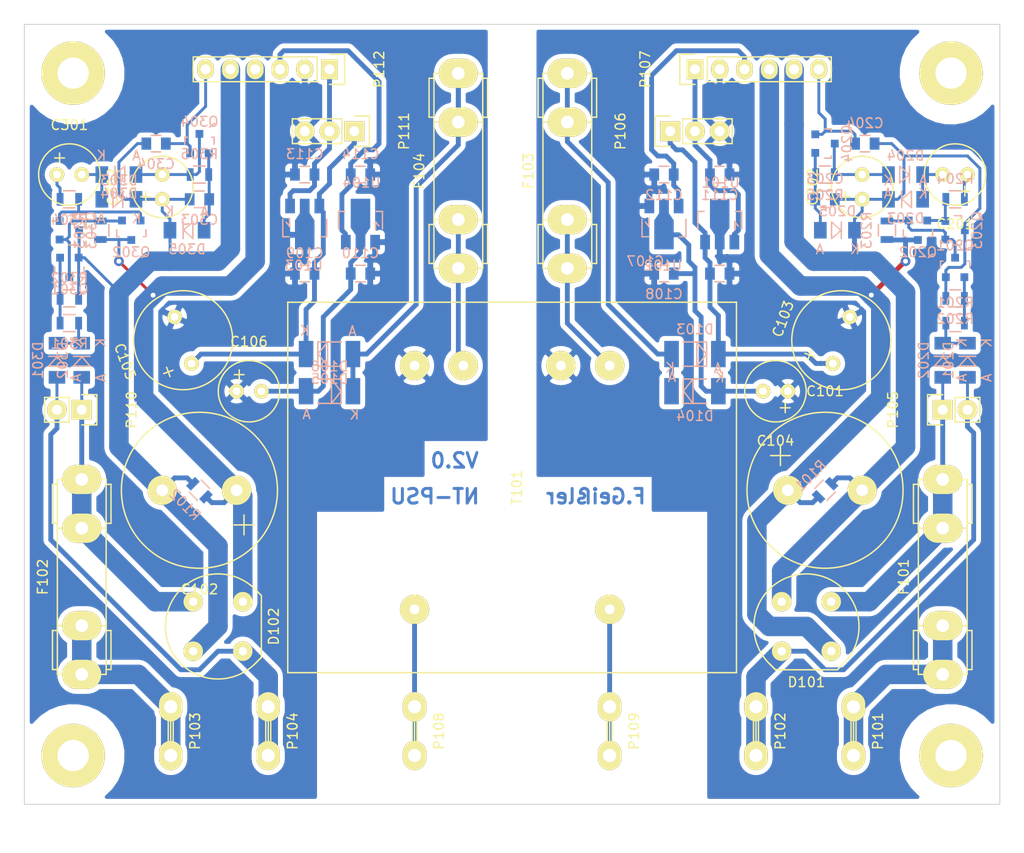
<source format=kicad_pcb>
(kicad_pcb (version 4) (host pcbnew "(2015-07-22 BZR 5980)-product")
  (layers (0 F.Cu signal) (31 B.Cu signal) (34 B.Paste user) (35 F.Paste user) (36 B.SilkS user) (37 F.SilkS user) (38 B.Mask user) (39 F.Mask user) (44 Edge.Cuts user))
  (net 0 "")
  (net 1 /GND1)
  (net 2 /+8V1)
  (net 3 /GND2)
  (net 4 /+8V2)
  (net 5 /+5V1)
  (net 6 /-5V1)
  (net 7 /+5V2)
  (net 8 /-5V2)
  (net 9 /NegativePump2/+)
  (net 10 /NegativePump2/V+)
  (net 11 "Net-(C104-Pad2)")
  (net 12 "Net-(C106-Pad2)")
  (net 13 "Net-(C201-Pad2)")
  (net 14 "Net-(C201-Pad1)")
  (net 15 "Net-(C202-Pad2)")
  (net 16 /NegativePump1/+)
  (net 17 "Net-(C203-Pad2)")
  (net 18 /NegativePump1/-)
  (net 19 "Net-(C301-Pad2)")
  (net 20 "Net-(C301-Pad1)")
  (net 21 "Net-(C302-Pad2)")
  (net 22 "Net-(C303-Pad2)")
  (net 23 /NegativePump2/-)
  (net 24 /NegativePump1/AC1)
  (net 25 /NegativePump1/AC2)
  (net 26 /NegativePump2/AC1)
  (net 27 /NegativePump2/AC2)
  (net 28 "Net-(D103-Pad2)")
  (net 29 "Net-(D105-Pad2)")
  (net 30 "Net-(D201-Pad1)")
  (net 31 "Net-(D301-Pad1)")
  (net 32 "Net-(F101-Pad1)")
  (net 33 "Net-(F102-Pad1)")
  (net 34 "Net-(F103-Pad1)")
  (net 35 "Net-(F104-Pad1)")
  (net 36 /NegativePump1/V+)
  (net 37 "Net-(P108-Pad1)")
  (net 38 "Net-(P109-Pad1)")
  (net 39 "Net-(Q201-Pad1)")
  (net 40 "Net-(Q201-Pad3)")
  (net 41 "Net-(Q202-Pad2)")
  (net 42 "Net-(Q301-Pad1)")
  (net 43 "Net-(Q301-Pad3)")
  (net 44 "Net-(Q302-Pad2)")
  (module mechanical:Hole_M3 (layer F.Cu) (at 55 125)
    (fp_text reference REF** hide)
    (fp_text value Hole_M3 hide)
    (pad 1 thru_hole circle (at 0 0) (size 6.5 6.5) (drill 3.2) (layers *.Cu *.Mask F.SilkS) (clearance 2))
  )
  (module mechanical:Hole_M3 (layer F.Cu) (at 145 125)
    (fp_text reference REF** hide)
    (fp_text value Hole_M3 hide)
    (pad 1 thru_hole circle (at 0 0) (size 6.5 6.5) (drill 3.2) (layers *.Cu *.Mask F.SilkS) (clearance 2))
  )
  (module mechanical:Hole_M3 (layer F.Cu) (at 145 55)
    (fp_text reference REF** hide)
    (fp_text value Hole_M3 hide)
    (pad 1 thru_hole circle (at 0 0) (size 6.5 6.5) (drill 3.2) (layers *.Cu *.Mask F.SilkS) (clearance 2))
  )
  (module Capacitors_Elko_ThroughHole:Elko_vert_31.5x16mm_RM7.5_CopperClear (layer F.Cu) (at 128.27 97.79)
    (fp_text reference C101 (at 3.81 -10.16) (layer F.SilkS))
    (fp_text value 4700u)
    (pad 2 thru_hole circle (at 7.62 0) (size 2.99974 2.99974) (drill 1.19888) (layers *.Cu *.Mask F.SilkS) (net 16 /NegativePump1/+))
    (pad 1 thru_hole circle (at 0 0) (size 2.99974 2.99974) (drill 1.19888) (layers *.Cu *.Mask F.SilkS) (net 36 /NegativePump1/V+))
  )
  (module Capacitors_Elko_ThroughHole:Elko_vert_31.5x16mm_RM7.5_CopperClear (layer F.Cu) (at 71.755 97.79 180)
    (fp_text reference C102 (at 3.81 -10.16 180) (layer F.SilkS))
    (fp_text value 4700u)
    (pad 2 thru_hole circle (at 7.62 0 180) (size 2.99974 2.99974) (drill 1.19888) (layers *.Cu *.Mask F.SilkS) (net 9 /NegativePump2/+))
    (pad 1 thru_hole circle (at 0 0 180) (size 2.99974 2.99974) (drill 1.19888) (layers *.Cu *.Mask F.SilkS) (net 10 /NegativePump2/V+))
  )
  (module Capacitors_Elko_ThroughHole:Elko_vert_20x10mm_RM5_CopperClear (layer F.Cu) (at 132.882538 84.783639 70)
    (fp_text reference C103 (at 2.54 -6.35 70) (layer F.SilkS))
    (fp_text value 1000u)
    (pad 2 thru_hole circle (at 5.08 0 70) (size 1.50114 1.50114) (drill 0.8001) (layers *.Cu *.Mask F.SilkS) (net 1 /GND1))
    (pad 1 thru_hole circle (at 0 0 70) (size 1.50114 1.50114) (drill 0.8001) (layers *.Cu *.Mask F.SilkS) (net 2 /+8V1))
  )
  (module Capacitors_Elko_ThroughHole:Elko_vert_11.2x6.3mm_RM2.5_CopperClear (layer F.Cu) (at 128.27 87.63 180)
    (fp_text reference C104 (at 1.27 -5.08 180) (layer F.SilkS))
    (fp_text value 100u)
    (pad 2 thru_hole circle (at 2.54 0 180) (size 1.50114 1.50114) (drill 0.8001) (layers *.Cu *.Mask F.SilkS) (net 11 "Net-(C104-Pad2)"))
    (pad 1 thru_hole circle (at 0 0 180) (size 1.50114 1.50114) (drill 0.8001) (layers *.Cu *.Mask F.SilkS) (net 1 /GND1))
  )
  (module Capacitors_Elko_ThroughHole:Elko_vert_20x10mm_RM5_CopperClear (layer F.Cu) (at 67.142462 84.783639 110)
    (fp_text reference C105 (at 2.54 -6.35 110) (layer F.SilkS))
    (fp_text value 1000u)
    (pad 2 thru_hole circle (at 5.08 0 110) (size 1.50114 1.50114) (drill 0.8001) (layers *.Cu *.Mask F.SilkS) (net 3 /GND2))
    (pad 1 thru_hole circle (at 0 0 110) (size 1.50114 1.50114) (drill 0.8001) (layers *.Cu *.Mask F.SilkS) (net 4 /+8V2))
  )
  (module Capacitors_Elko_ThroughHole:Elko_vert_11.2x6.3mm_RM2.5_CopperClear (layer F.Cu) (at 71.755 87.63)
    (fp_text reference C106 (at 1.27 -5.08) (layer F.SilkS))
    (fp_text value 100u)
    (pad 2 thru_hole circle (at 2.54 0) (size 1.50114 1.50114) (drill 0.8001) (layers *.Cu *.Mask F.SilkS) (net 12 "Net-(C106-Pad2)"))
    (pad 1 thru_hole circle (at 0 0) (size 1.50114 1.50114) (drill 0.8001) (layers *.Cu *.Mask F.SilkS) (net 3 /GND2))
  )
  (module Capacitors_SMD:C_0805 (layer B.Cu) (at 121.285 75.565)
    (fp_text reference C107 (at -7.62 -1.27) (layer B.SilkS) (effects (justify mirror)))
    (fp_text value 100n)
    (pad 1 smd rect (at -1 0) (size 1 1.25) (layers B.Cu B.Paste B.Mask) (net 2 /+8V1))
    (pad 2 smd rect (at 1 0) (size 1 1.25) (layers B.Cu B.Paste B.Mask) (net 1 /GND1))
  )
  (module Capacitors_SMD:C_0805 (layer B.Cu) (at 115.57 75.565)
    (fp_text reference C108 (at 0 2.1) (layer B.SilkS) (effects (justify mirror)))
    (fp_text value 100n)
    (pad 1 smd rect (at -1 0) (size 1 1.25) (layers B.Cu B.Paste B.Mask) (net 1 /GND1))
    (pad 2 smd rect (at 1 0) (size 1 1.25) (layers B.Cu B.Paste B.Mask) (net 11 "Net-(C104-Pad2)"))
  )
  (module Capacitors_SMD:C_0805 (layer B.Cu) (at 78.74 75.565 180)
    (fp_text reference C109 (at 0 2.1 180) (layer B.SilkS) (effects (justify mirror)))
    (fp_text value 100n)
    (pad 1 smd rect (at -1 0 180) (size 1 1.25) (layers B.Cu B.Paste B.Mask) (net 4 /+8V2))
    (pad 2 smd rect (at 1 0 180) (size 1 1.25) (layers B.Cu B.Paste B.Mask) (net 3 /GND2))
  )
  (module Capacitors_SMD:C_0805 (layer B.Cu) (at 84.455 75.565 180)
    (fp_text reference C110 (at 0 2.1 180) (layer B.SilkS) (effects (justify mirror)))
    (fp_text value 100n)
    (pad 1 smd rect (at -1 0 180) (size 1 1.25) (layers B.Cu B.Paste B.Mask) (net 3 /GND2))
    (pad 2 smd rect (at 1 0 180) (size 1 1.25) (layers B.Cu B.Paste B.Mask) (net 12 "Net-(C106-Pad2)"))
  )
  (module Capacitors_SMD:C_0805 (layer B.Cu) (at 121.285 65.405)
    (fp_text reference C111 (at 0 2.1) (layer B.SilkS) (effects (justify mirror)))
    (fp_text value 100n)
    (pad 1 smd rect (at -1 0) (size 1 1.25) (layers B.Cu B.Paste B.Mask) (net 5 /+5V1))
    (pad 2 smd rect (at 1 0) (size 1 1.25) (layers B.Cu B.Paste B.Mask) (net 1 /GND1))
  )
  (module Capacitors_SMD:C_0805 (layer B.Cu) (at 115.57 65.405)
    (fp_text reference C112 (at 0 2.1) (layer B.SilkS) (effects (justify mirror)))
    (fp_text value 100n)
    (pad 1 smd rect (at -1 0) (size 1 1.25) (layers B.Cu B.Paste B.Mask) (net 1 /GND1))
    (pad 2 smd rect (at 1 0) (size 1 1.25) (layers B.Cu B.Paste B.Mask) (net 6 /-5V1))
  )
  (module Capacitors_SMD:C_0805 (layer B.Cu) (at 78.74 65.405 180)
    (fp_text reference C113 (at 0 2.1 180) (layer B.SilkS) (effects (justify mirror)))
    (fp_text value 100n)
    (pad 1 smd rect (at -1 0 180) (size 1 1.25) (layers B.Cu B.Paste B.Mask) (net 7 /+5V2))
    (pad 2 smd rect (at 1 0 180) (size 1 1.25) (layers B.Cu B.Paste B.Mask) (net 3 /GND2))
  )
  (module Capacitors_SMD:C_0805 (layer B.Cu) (at 84.455 65.405 180)
    (fp_text reference C114 (at 0 2.1 180) (layer B.SilkS) (effects (justify mirror)))
    (fp_text value 100n)
    (pad 1 smd rect (at -1 0 180) (size 1 1.25) (layers B.Cu B.Paste B.Mask) (net 3 /GND2))
    (pad 2 smd rect (at 1 0 180) (size 1 1.25) (layers B.Cu B.Paste B.Mask) (net 8 /-5V2))
  )
  (module Capacitors_Elko_ThroughHole:Elko_vert_11.2x6.3mm_RM2.5_CopperClear (layer F.Cu) (at 146.685 65.405 180)
    (fp_text reference C201 (at 1.27 -5.08 180) (layer F.SilkS))
    (fp_text value 22u)
    (pad 2 thru_hole circle (at 2.54 0 180) (size 1.50114 1.50114) (drill 0.8001) (layers *.Cu *.Mask F.SilkS) (net 13 "Net-(C201-Pad2)"))
    (pad 1 thru_hole circle (at 0 0 180) (size 1.50114 1.50114) (drill 0.8001) (layers *.Cu *.Mask F.SilkS) (net 14 "Net-(C201-Pad1)"))
  )
  (module Capacitors_Elko_ThroughHole:Elko_vert_11.2x6.3mm_RM2.5_CopperClear (layer F.Cu) (at 135.89 67.945 90)
    (fp_text reference C202 (at 1.27 -5.08 90) (layer F.SilkS))
    (fp_text value 22u)
    (pad 2 thru_hole circle (at 2.54 0 90) (size 1.50114 1.50114) (drill 0.8001) (layers *.Cu *.Mask F.SilkS) (net 15 "Net-(C202-Pad2)"))
    (pad 1 thru_hole circle (at 0 0 90) (size 1.50114 1.50114) (drill 0.8001) (layers *.Cu *.Mask F.SilkS) (net 16 /NegativePump1/+))
  )
  (module Capacitors_SMD:C_0805 (layer B.Cu) (at 132.08 67.945 180)
    (fp_text reference C203 (at 0 2.1 180) (layer B.SilkS) (effects (justify mirror)))
    (fp_text value 10u)
    (pad 1 smd rect (at -1 0 180) (size 1 1.25) (layers B.Cu B.Paste B.Mask) (net 16 /NegativePump1/+))
    (pad 2 smd rect (at 1 0 180) (size 1 1.25) (layers B.Cu B.Paste B.Mask) (net 17 "Net-(C203-Pad2)"))
  )
  (module Capacitors_SMD:C_0805 (layer B.Cu) (at 136.16 62.23 180)
    (fp_text reference C204 (at 0 2.1 180) (layer B.SilkS) (effects (justify mirror)))
    (fp_text value 100n)
    (pad 1 smd rect (at -1 0 180) (size 1 1.25) (layers B.Cu B.Paste B.Mask) (net 16 /NegativePump1/+))
    (pad 2 smd rect (at 1 0 180) (size 1 1.25) (layers B.Cu B.Paste B.Mask) (net 18 /NegativePump1/-))
  )
  (module Capacitors_Elko_ThroughHole:Elko_vert_11.2x6.3mm_RM2.5_CopperClear (layer F.Cu) (at 53.34 65.405)
    (fp_text reference C301 (at 1.27 -5.08) (layer F.SilkS))
    (fp_text value 22u)
    (pad 2 thru_hole circle (at 2.54 0) (size 1.50114 1.50114) (drill 0.8001) (layers *.Cu *.Mask F.SilkS) (net 19 "Net-(C301-Pad2)"))
    (pad 1 thru_hole circle (at 0 0) (size 1.50114 1.50114) (drill 0.8001) (layers *.Cu *.Mask F.SilkS) (net 20 "Net-(C301-Pad1)"))
  )
  (module Capacitors_Elko_ThroughHole:Elko_vert_11.2x6.3mm_RM2.5_CopperClear (layer F.Cu) (at 64.135 67.945 90)
    (fp_text reference C302 (at 1.27 -5.08 90) (layer F.SilkS))
    (fp_text value 22u)
    (pad 2 thru_hole circle (at 2.54 0 90) (size 1.50114 1.50114) (drill 0.8001) (layers *.Cu *.Mask F.SilkS) (net 21 "Net-(C302-Pad2)"))
    (pad 1 thru_hole circle (at 0 0 90) (size 1.50114 1.50114) (drill 0.8001) (layers *.Cu *.Mask F.SilkS) (net 9 /NegativePump2/+))
  )
  (module Capacitors_SMD:C_0805 (layer B.Cu) (at 67.945 67.945)
    (fp_text reference C303 (at 0 2.1) (layer B.SilkS) (effects (justify mirror)))
    (fp_text value 10u)
    (pad 1 smd rect (at -1 0) (size 1 1.25) (layers B.Cu B.Paste B.Mask) (net 9 /NegativePump2/+))
    (pad 2 smd rect (at 1 0) (size 1 1.25) (layers B.Cu B.Paste B.Mask) (net 22 "Net-(C303-Pad2)"))
  )
  (module Capacitors_SMD:C_0805 (layer B.Cu) (at 63.5 62.23)
    (fp_text reference C304 (at 0 2.1) (layer B.SilkS) (effects (justify mirror)))
    (fp_text value 100n)
    (pad 1 smd rect (at -1 0) (size 1 1.25) (layers B.Cu B.Paste B.Mask) (net 9 /NegativePump2/+))
    (pad 2 smd rect (at 1 0) (size 1 1.25) (layers B.Cu B.Paste B.Mask) (net 23 /NegativePump2/-))
  )
  (module bridge_rectifier:WOG (layer F.Cu) (at 130.175 111.76)
    (fp_text reference D101 (at 0 5.715) (layer F.SilkS))
    (fp_text value Diode_Bridge)
    (pad 4 thru_hole circle (at 2.54 -2.54) (size 2 2) (drill 0.85) (layers *.Cu *.Mask F.SilkS) (net 24 /NegativePump1/AC1))
    (pad 3 thru_hole circle (at 2.54 2.54) (size 2 2) (drill 0.85) (layers *.Cu *.Mask F.SilkS) (net 36 /NegativePump1/V+))
    (pad 2 thru_hole circle (at -2.54 2.54) (size 2 2) (drill 0.85) (layers *.Cu *.Mask F.SilkS) (net 25 /NegativePump1/AC2))
    (pad 1 thru_hole circle (at -2.54 -2.54) (size 2 2) (drill 0.85) (layers *.Cu *.Mask F.SilkS) (net 16 /NegativePump1/+))
  )
  (module bridge_rectifier:WOG (layer F.Cu) (at 69.85 111.76 90)
    (fp_text reference D102 (at 0 5.715 90) (layer F.SilkS))
    (fp_text value Diode_Bridge)
    (pad 4 thru_hole circle (at 2.54 -2.54 90) (size 2 2) (drill 0.85) (layers *.Cu *.Mask F.SilkS) (net 26 /NegativePump2/AC1))
    (pad 3 thru_hole circle (at 2.54 2.54 90) (size 2 2) (drill 0.85) (layers *.Cu *.Mask F.SilkS) (net 10 /NegativePump2/V+))
    (pad 2 thru_hole circle (at -2.54 2.54 90) (size 2 2) (drill 0.85) (layers *.Cu *.Mask F.SilkS) (net 27 /NegativePump2/AC2))
    (pad 1 thru_hole circle (at -2.54 -2.54 90) (size 2 2) (drill 0.85) (layers *.Cu *.Mask F.SilkS) (net 9 /NegativePump2/+))
  )
  (module Diodes_SMD:MELF_Standard (layer B.Cu) (at 118.745 83.82 180)
    (fp_text reference D103 (at 0 2.54 180) (layer B.SilkS) (effects (justify mirror)))
    (fp_text value 1N4007)
    (fp_text user K (at -2.55 -2.4 180) (layer B.SilkS) (effects (justify mirror)))
    (fp_text user A (at 2.35 -2.35 180) (layer B.SilkS) (effects (justify mirror)))
    (pad 1 smd rect (at -2.4003 0 180) (size 1.50114 2.70002) (layers B.Cu B.Paste B.Mask) (net 2 /+8V1))
    (pad 2 smd rect (at 2.4003 0 180) (size 1.50114 2.70002) (layers B.Cu B.Paste B.Mask) (net 28 "Net-(D103-Pad2)"))
  )
  (module Diodes_SMD:MELF_Standard (layer B.Cu) (at 118.745 87.63)
    (fp_text reference D104 (at 0 2.54) (layer B.SilkS) (effects (justify mirror)))
    (fp_text value 1N4007)
    (fp_text user K (at -2.55 -2.4) (layer B.SilkS) (effects (justify mirror)))
    (fp_text user A (at 2.35 -2.35) (layer B.SilkS) (effects (justify mirror)))
    (pad 1 smd rect (at -2.4003 0) (size 1.50114 2.70002) (layers B.Cu B.Paste B.Mask) (net 28 "Net-(D103-Pad2)"))
    (pad 2 smd rect (at 2.4003 0) (size 1.50114 2.70002) (layers B.Cu B.Paste B.Mask) (net 11 "Net-(C104-Pad2)"))
  )
  (module Diodes_SMD:MELF_Standard (layer B.Cu) (at 81.28 83.82)
    (fp_text reference D105 (at 0 2.54) (layer B.SilkS) (effects (justify mirror)))
    (fp_text value 1N4007)
    (fp_text user K (at -2.55 -2.4) (layer B.SilkS) (effects (justify mirror)))
    (fp_text user A (at 2.35 -2.35) (layer B.SilkS) (effects (justify mirror)))
    (pad 1 smd rect (at -2.4003 0) (size 1.50114 2.70002) (layers B.Cu B.Paste B.Mask) (net 4 /+8V2))
    (pad 2 smd rect (at 2.4003 0) (size 1.50114 2.70002) (layers B.Cu B.Paste B.Mask) (net 29 "Net-(D105-Pad2)"))
  )
  (module Diodes_SMD:MELF_Standard (layer B.Cu) (at 81.28 87.63 180)
    (fp_text reference D106 (at 0 2.54 180) (layer B.SilkS) (effects (justify mirror)))
    (fp_text value 1N4007)
    (fp_text user K (at -2.55 -2.4 180) (layer B.SilkS) (effects (justify mirror)))
    (fp_text user A (at 2.35 -2.35 180) (layer B.SilkS) (effects (justify mirror)))
    (pad 1 smd rect (at -2.4003 0 180) (size 1.50114 2.70002) (layers B.Cu B.Paste B.Mask) (net 29 "Net-(D105-Pad2)"))
    (pad 2 smd rect (at 2.4003 0 180) (size 1.50114 2.70002) (layers B.Cu B.Paste B.Mask) (net 12 "Net-(C106-Pad2)"))
  )
  (module Diodes_SMD:MiniMELF_Standard (layer B.Cu) (at 133.35 71.12 180)
    (fp_text reference D205 (at 0 1.95 180) (layer B.SilkS) (effects (justify mirror)))
    (fp_text value 4V7)
    (fp_text user K (at -1.8 -1.95 180) (layer B.SilkS) (effects (justify mirror)))
    (fp_text user A (at 1.8 -1.95 180) (layer B.SilkS) (effects (justify mirror)))
    (pad 1 smd rect (at -1.75006 0 180) (size 1.30048 1.69926) (layers B.Cu B.Paste B.Mask) (net 16 /NegativePump1/+))
    (pad 2 smd rect (at 1.75006 0 180) (size 1.30048 1.69926) (layers B.Cu B.Paste B.Mask) (net 17 "Net-(C203-Pad2)"))
  )
  (module Diodes_SMD:MiniMELF_Standard (layer B.Cu) (at 66.675 71.12)
    (fp_text reference D305 (at 0 1.95) (layer B.SilkS) (effects (justify mirror)))
    (fp_text value 4V7)
    (fp_text user K (at -1.8 -1.95) (layer B.SilkS) (effects (justify mirror)))
    (fp_text user A (at 1.8 -1.95) (layer B.SilkS) (effects (justify mirror)))
    (pad 1 smd rect (at -1.75006 0) (size 1.30048 1.69926) (layers B.Cu B.Paste B.Mask) (net 9 /NegativePump2/+))
    (pad 2 smd rect (at 1.75006 0) (size 1.30048 1.69926) (layers B.Cu B.Paste B.Mask) (net 22 "Net-(C303-Pad2)"))
  )
  (module fuse_holder:fuse_5x20 (layer F.Cu) (at 144.145 106.68 270)
    (fp_text reference F101 (at 0 4 270) (layer F.SilkS))
    (fp_text value T1A)
    (pad 2 thru_hole oval (at -10 0 270) (size 3 4) (drill 1.3) (layers *.Cu *.Mask F.SilkS) (net 24 /NegativePump1/AC1))
    (pad 2 thru_hole oval (at -5 0 270) (size 3 4) (drill 1.3) (layers *.Cu *.Mask F.SilkS) (net 24 /NegativePump1/AC1))
    (pad 1 thru_hole oval (at 5 0 270) (size 3 4) (drill 1.3) (layers *.Cu *.Mask F.SilkS) (net 32 "Net-(F101-Pad1)"))
    (pad 1 thru_hole oval (at 10 0 270) (size 3 4) (drill 1.3) (layers *.Cu *.Mask F.SilkS) (net 32 "Net-(F101-Pad1)"))
  )
  (module fuse_holder:fuse_5x20 (layer F.Cu) (at 55.88 106.68 270)
    (fp_text reference F102 (at 0 4 270) (layer F.SilkS))
    (fp_text value T1A)
    (pad 2 thru_hole oval (at -10 0 270) (size 3 4) (drill 1.3) (layers *.Cu *.Mask F.SilkS) (net 26 /NegativePump2/AC1))
    (pad 2 thru_hole oval (at -5 0 270) (size 3 4) (drill 1.3) (layers *.Cu *.Mask F.SilkS) (net 26 /NegativePump2/AC1))
    (pad 1 thru_hole oval (at 5 0 270) (size 3 4) (drill 1.3) (layers *.Cu *.Mask F.SilkS) (net 33 "Net-(F102-Pad1)"))
    (pad 1 thru_hole oval (at 10 0 270) (size 3 4) (drill 1.3) (layers *.Cu *.Mask F.SilkS) (net 33 "Net-(F102-Pad1)"))
  )
  (module fuse_holder:fuse_5x20 (layer F.Cu) (at 105.664 65.024 270)
    (fp_text reference F103 (at 0 4 270) (layer F.SilkS))
    (fp_text value F400mA)
    (pad 2 thru_hole oval (at -10 0 270) (size 3 4) (drill 1.3) (layers *.Cu *.Mask F.SilkS) (net 28 "Net-(D103-Pad2)"))
    (pad 2 thru_hole oval (at -5 0 270) (size 3 4) (drill 1.3) (layers *.Cu *.Mask F.SilkS) (net 28 "Net-(D103-Pad2)"))
    (pad 1 thru_hole oval (at 5 0 270) (size 3 4) (drill 1.3) (layers *.Cu *.Mask F.SilkS) (net 34 "Net-(F103-Pad1)"))
    (pad 1 thru_hole oval (at 10 0 270) (size 3 4) (drill 1.3) (layers *.Cu *.Mask F.SilkS) (net 34 "Net-(F103-Pad1)"))
  )
  (module fuse_holder:fuse_5x20 (layer F.Cu) (at 94.488 65.024 270)
    (fp_text reference F104 (at 0 4 270) (layer F.SilkS))
    (fp_text value F400mA)
    (pad 2 thru_hole oval (at -10 0 270) (size 3 4) (drill 1.3) (layers *.Cu *.Mask F.SilkS) (net 29 "Net-(D105-Pad2)"))
    (pad 2 thru_hole oval (at -5 0 270) (size 3 4) (drill 1.3) (layers *.Cu *.Mask F.SilkS) (net 29 "Net-(D105-Pad2)"))
    (pad 1 thru_hole oval (at 5 0 270) (size 3 4) (drill 1.3) (layers *.Cu *.Mask F.SilkS) (net 35 "Net-(F104-Pad1)"))
    (pad 1 thru_hole oval (at 10 0 270) (size 3 4) (drill 1.3) (layers *.Cu *.Mask F.SilkS) (net 35 "Net-(F104-Pad1)"))
  )
  (module faston_connector:FASTON-4.8 (layer F.Cu) (at 135 122.5 90)
    (fp_text reference P101 (at 0 2.5 90) (layer F.SilkS))
    (fp_text value TR1A)
    (pad 1 thru_hole oval (at 2.5 0 90) (size 3 2.4) (drill 1.35) (layers *.Cu *.Mask F.SilkS) (net 32 "Net-(F101-Pad1)"))
    (pad 1 thru_hole oval (at -2.5 0 90) (size 3 2.4) (drill 1.35) (layers *.Cu *.Mask F.SilkS) (net 32 "Net-(F101-Pad1)"))
  )
  (module faston_connector:FASTON-4.8 (layer F.Cu) (at 125 122.5 90)
    (fp_text reference P102 (at 0 2.5 90) (layer F.SilkS))
    (fp_text value TR1B)
    (pad 1 thru_hole oval (at 2.5 0 90) (size 3 2.4) (drill 1.35) (layers *.Cu *.Mask F.SilkS) (net 25 /NegativePump1/AC2))
    (pad 1 thru_hole oval (at -2.5 0 90) (size 3 2.4) (drill 1.35) (layers *.Cu *.Mask F.SilkS) (net 25 /NegativePump1/AC2))
  )
  (module faston_connector:FASTON-4.8 (layer F.Cu) (at 65 122.5 90)
    (fp_text reference P103 (at 0 2.5 90) (layer F.SilkS))
    (fp_text value TR2A)
    (pad 1 thru_hole oval (at 2.5 0 90) (size 3 2.4) (drill 1.35) (layers *.Cu *.Mask F.SilkS) (net 33 "Net-(F102-Pad1)"))
    (pad 1 thru_hole oval (at -2.5 0 90) (size 3 2.4) (drill 1.35) (layers *.Cu *.Mask F.SilkS) (net 33 "Net-(F102-Pad1)"))
  )
  (module faston_connector:FASTON-4.8 (layer F.Cu) (at 75 122.5 90)
    (fp_text reference P104 (at 0 2.5 90) (layer F.SilkS))
    (fp_text value TR2B)
    (pad 1 thru_hole oval (at 2.5 0 90) (size 3 2.4) (drill 1.35) (layers *.Cu *.Mask F.SilkS) (net 27 /NegativePump2/AC2))
    (pad 1 thru_hole oval (at -2.5 0 90) (size 3 2.4) (drill 1.35) (layers *.Cu *.Mask F.SilkS) (net 27 /NegativePump2/AC2))
  )
  (module Pin_Headers:Pin_Header_Straight_1x02 (layer F.Cu) (at 144.145 89.535 90)
    (fp_text reference P105 (at 0 -5.1 90) (layer F.SilkS))
    (fp_text value Reg12)
    (pad 1 thru_hole rect (at 0 0 90) (size 2.032 2.032) (drill 1.016) (layers *.Cu *.Mask F.SilkS) (net 24 /NegativePump1/AC1))
    (pad 2 thru_hole oval (at 0 2.54 90) (size 2.032 2.032) (drill 1.016) (layers *.Cu *.Mask F.SilkS) (net 25 /NegativePump1/AC2))
  )
  (module Pin_Headers:Pin_Header_Straight_1x06 (layer F.Cu) (at 118.745 54.61 90)
    (fp_text reference P107 (at 0 -5.1 90) (layer F.SilkS))
    (fp_text value Reg1)
    (pad 1 thru_hole rect (at 0 0 90) (size 2.032 1.7272) (drill 1.016) (layers *.Cu *.Mask F.SilkS) (net 5 /+5V1))
    (pad 2 thru_hole oval (at 0 2.54 90) (size 2.032 1.7272) (drill 1.016) (layers *.Cu *.Mask F.SilkS) (net 1 /GND1))
    (pad 3 thru_hole oval (at 0 5.08 90) (size 2.032 1.7272) (drill 1.016) (layers *.Cu *.Mask F.SilkS) (net 6 /-5V1))
    (pad 4 thru_hole oval (at 0 7.62 90) (size 2.032 1.7272) (drill 1.016) (layers *.Cu *.Mask F.SilkS) (net 36 /NegativePump1/V+))
    (pad 5 thru_hole oval (at 0 10.16 90) (size 2.032 1.7272) (drill 1.016) (layers *.Cu *.Mask F.SilkS) (net 16 /NegativePump1/+))
    (pad 6 thru_hole oval (at 0 12.7 90) (size 2.032 1.7272) (drill 1.016) (layers *.Cu *.Mask F.SilkS) (net 18 /NegativePump1/-))
  )
  (module faston_connector:FASTON-4.8 (layer F.Cu) (at 90 122.5 90)
    (fp_text reference P108 (at 0 2.5 90) (layer F.SilkS))
    (fp_text value TRC)
    (pad 1 thru_hole oval (at 2.5 0 90) (size 3 2.4) (drill 1.35) (layers *.Cu *.Mask F.SilkS) (net 37 "Net-(P108-Pad1)"))
    (pad 1 thru_hole oval (at -2.5 0 90) (size 3 2.4) (drill 1.35) (layers *.Cu *.Mask F.SilkS) (net 37 "Net-(P108-Pad1)"))
  )
  (module faston_connector:FASTON-4.8 (layer F.Cu) (at 110 122.5 90)
    (fp_text reference P109 (at 0 2.5 90) (layer F.SilkS))
    (fp_text value TRD)
    (pad 1 thru_hole oval (at 2.5 0 90) (size 3 2.4) (drill 1.35) (layers *.Cu *.Mask F.SilkS) (net 38 "Net-(P109-Pad1)"))
    (pad 1 thru_hole oval (at -2.5 0 90) (size 3 2.4) (drill 1.35) (layers *.Cu *.Mask F.SilkS) (net 38 "Net-(P109-Pad1)"))
  )
  (module Pin_Headers:Pin_Header_Straight_1x02 (layer F.Cu) (at 55.88 89.535 270)
    (fp_text reference P110 (at 0 -5.1 270) (layer F.SilkS))
    (fp_text value Reg22)
    (pad 1 thru_hole rect (at 0 0 270) (size 2.032 2.032) (drill 1.016) (layers *.Cu *.Mask F.SilkS) (net 26 /NegativePump2/AC1))
    (pad 2 thru_hole oval (at 0 2.54 270) (size 2.032 2.032) (drill 1.016) (layers *.Cu *.Mask F.SilkS) (net 27 /NegativePump2/AC2))
  )
  (module Pin_Headers:Pin_Header_Straight_1x06 (layer F.Cu) (at 81.28 54.61 270)
    (fp_text reference P112 (at 0 -5.1 270) (layer F.SilkS))
    (fp_text value Reg2)
    (pad 1 thru_hole rect (at 0 0 270) (size 2.032 1.7272) (drill 1.016) (layers *.Cu *.Mask F.SilkS) (net 7 /+5V2))
    (pad 2 thru_hole oval (at 0 2.54 270) (size 2.032 1.7272) (drill 1.016) (layers *.Cu *.Mask F.SilkS) (net 3 /GND2))
    (pad 3 thru_hole oval (at 0 5.08 270) (size 2.032 1.7272) (drill 1.016) (layers *.Cu *.Mask F.SilkS) (net 8 /-5V2))
    (pad 4 thru_hole oval (at 0 7.62 270) (size 2.032 1.7272) (drill 1.016) (layers *.Cu *.Mask F.SilkS) (net 10 /NegativePump2/V+))
    (pad 5 thru_hole oval (at 0 10.16 270) (size 2.032 1.7272) (drill 1.016) (layers *.Cu *.Mask F.SilkS) (net 9 /NegativePump2/+))
    (pad 6 thru_hole oval (at 0 12.7 270) (size 2.032 1.7272) (drill 1.016) (layers *.Cu *.Mask F.SilkS) (net 23 /NegativePump2/-))
  )
  (module Housings_SOT-23_SOT-143_TSOT-6:SOT-23 (layer B.Cu) (at 145.415 74.93 180)
    (fp_text reference Q201 (at 0 2.25 180) (layer B.SilkS) (effects (justify mirror)))
    (fp_text value BC850)
    (pad 1 smd rect (at -0.95 -1.00076 180) (size 0.8001 0.8001) (layers B.Cu B.Paste B.Mask) (net 39 "Net-(Q201-Pad1)"))
    (pad 2 smd rect (at 0.95 -1.00076 180) (size 0.8001 0.8001) (layers B.Cu B.Paste B.Mask) (net 16 /NegativePump1/+))
    (pad 3 smd rect (at 0 0.99822 180) (size 0.8001 0.8001) (layers B.Cu B.Paste B.Mask) (net 40 "Net-(Q201-Pad3)"))
  )
  (module Housings_SOT-23_SOT-143_TSOT-6:SOT-23 (layer B.Cu) (at 141.605 71.12)
    (fp_text reference Q202 (at 0 2.25) (layer B.SilkS) (effects (justify mirror)))
    (fp_text value BC850)
    (pad 1 smd rect (at -0.95 -1.00076) (size 0.8001 0.8001) (layers B.Cu B.Paste B.Mask) (net 40 "Net-(Q201-Pad3)"))
    (pad 2 smd rect (at 0.95 -1.00076) (size 0.8001 0.8001) (layers B.Cu B.Paste B.Mask) (net 41 "Net-(Q202-Pad2)"))
    (pad 3 smd rect (at 0 0.99822) (size 0.8001 0.8001) (layers B.Cu B.Paste B.Mask) (net 36 /NegativePump1/V+))
  )
  (module Housings_SOT-23_SOT-143_TSOT-6:SOT-23 (layer B.Cu) (at 145.415 71.12 90)
    (fp_text reference Q203 (at 0 2.25 90) (layer B.SilkS) (effects (justify mirror)))
    (fp_text value BC860)
    (pad 1 smd rect (at -0.95 -1.00076 90) (size 0.8001 0.8001) (layers B.Cu B.Paste B.Mask) (net 40 "Net-(Q201-Pad3)"))
    (pad 2 smd rect (at 0.95 -1.00076 90) (size 0.8001 0.8001) (layers B.Cu B.Paste B.Mask) (net 41 "Net-(Q202-Pad2)"))
    (pad 3 smd rect (at 0 0.99822 90) (size 0.8001 0.8001) (layers B.Cu B.Paste B.Mask) (net 16 /NegativePump1/+))
  )
  (module Housings_SOT-23_SOT-143_TSOT-6:SOT-23 (layer B.Cu) (at 132.08 62.23 90)
    (fp_text reference Q204 (at 0 2.25 90) (layer B.SilkS) (effects (justify mirror)))
    (fp_text value BC860)
    (pad 1 smd rect (at -0.95 -1.00076 90) (size 0.8001 0.8001) (layers B.Cu B.Paste B.Mask) (net 17 "Net-(C203-Pad2)"))
    (pad 2 smd rect (at 0.95 -1.00076 90) (size 0.8001 0.8001) (layers B.Cu B.Paste B.Mask) (net 18 /NegativePump1/-))
    (pad 3 smd rect (at 0 0.99822 90) (size 0.8001 0.8001) (layers B.Cu B.Paste B.Mask) (net 15 "Net-(C202-Pad2)"))
  )
  (module Housings_SOT-23_SOT-143_TSOT-6:SOT-23 (layer B.Cu) (at 54.61 74.93)
    (fp_text reference Q301 (at 0 2.25) (layer B.SilkS) (effects (justify mirror)))
    (fp_text value BC850)
    (pad 1 smd rect (at -0.95 -1.00076) (size 0.8001 0.8001) (layers B.Cu B.Paste B.Mask) (net 42 "Net-(Q301-Pad1)"))
    (pad 2 smd rect (at 0.95 -1.00076) (size 0.8001 0.8001) (layers B.Cu B.Paste B.Mask) (net 9 /NegativePump2/+))
    (pad 3 smd rect (at 0 0.99822) (size 0.8001 0.8001) (layers B.Cu B.Paste B.Mask) (net 43 "Net-(Q301-Pad3)"))
  )
  (module Housings_SOT-23_SOT-143_TSOT-6:SOT-23 (layer B.Cu) (at 60.96 71.12)
    (fp_text reference Q302 (at 0 2.25) (layer B.SilkS) (effects (justify mirror)))
    (fp_text value BC850)
    (pad 1 smd rect (at -0.95 -1.00076) (size 0.8001 0.8001) (layers B.Cu B.Paste B.Mask) (net 43 "Net-(Q301-Pad3)"))
    (pad 2 smd rect (at 0.95 -1.00076) (size 0.8001 0.8001) (layers B.Cu B.Paste B.Mask) (net 44 "Net-(Q302-Pad2)"))
    (pad 3 smd rect (at 0 0.99822) (size 0.8001 0.8001) (layers B.Cu B.Paste B.Mask) (net 10 /NegativePump2/V+))
  )
  (module Housings_SOT-23_SOT-143_TSOT-6:SOT-23 (layer B.Cu) (at 54.61 71.12 90)
    (fp_text reference Q303 (at 0 2.25 90) (layer B.SilkS) (effects (justify mirror)))
    (fp_text value BC860)
    (pad 1 smd rect (at -0.95 -1.00076 90) (size 0.8001 0.8001) (layers B.Cu B.Paste B.Mask) (net 43 "Net-(Q301-Pad3)"))
    (pad 2 smd rect (at 0.95 -1.00076 90) (size 0.8001 0.8001) (layers B.Cu B.Paste B.Mask) (net 44 "Net-(Q302-Pad2)"))
    (pad 3 smd rect (at 0 0.99822 90) (size 0.8001 0.8001) (layers B.Cu B.Paste B.Mask) (net 9 /NegativePump2/+))
  )
  (module Housings_SOT-23_SOT-143_TSOT-6:SOT-23 (layer B.Cu) (at 67.945 62.23 180)
    (fp_text reference Q304 (at 0 2.25 180) (layer B.SilkS) (effects (justify mirror)))
    (fp_text value BC860)
    (pad 1 smd rect (at -0.95 -1.00076 180) (size 0.8001 0.8001) (layers B.Cu B.Paste B.Mask) (net 22 "Net-(C303-Pad2)"))
    (pad 2 smd rect (at 0.95 -1.00076 180) (size 0.8001 0.8001) (layers B.Cu B.Paste B.Mask) (net 23 /NegativePump2/-))
    (pad 3 smd rect (at 0 0.99822 180) (size 0.8001 0.8001) (layers B.Cu B.Paste B.Mask) (net 21 "Net-(C302-Pad2)"))
  )
  (module Resistors_SMD:R_0805 (layer B.Cu) (at 132.08 97.79 225)
    (fp_text reference R101 (at 0 2.1 225) (layer B.SilkS) (effects (justify mirror)))
    (fp_text value 10k)
    (pad 1 smd rect (at -0.95 0 225) (size 0.7 1.3) (layers B.Cu B.Paste B.Mask) (net 16 /NegativePump1/+))
    (pad 2 smd rect (at 0.95 0 225) (size 0.7 1.3) (layers B.Cu B.Paste B.Mask) (net 36 /NegativePump1/V+))
  )
  (module Resistors_SMD:R_0805 (layer B.Cu) (at 67.945 97.79 315)
    (fp_text reference R102 (at 0 2.1 315) (layer B.SilkS) (effects (justify mirror)))
    (fp_text value 10k)
    (pad 1 smd rect (at -0.95 0 315) (size 0.7 1.3) (layers B.Cu B.Paste B.Mask) (net 9 /NegativePump2/+))
    (pad 2 smd rect (at 0.95 0 315) (size 0.7 1.3) (layers B.Cu B.Paste B.Mask) (net 10 /NegativePump2/V+))
  )
  (module Resistors_SMD:R_0805 (layer B.Cu) (at 145.415 80.645 180)
    (fp_text reference R201 (at 0 2.1 180) (layer B.SilkS) (effects (justify mirror)))
    (fp_text value 22k)
    (pad 1 smd rect (at -0.95 0 180) (size 0.7 1.3) (layers B.Cu B.Paste B.Mask) (net 39 "Net-(Q201-Pad1)"))
    (pad 2 smd rect (at 0.95 0 180) (size 0.7 1.3) (layers B.Cu B.Paste B.Mask) (net 30 "Net-(D201-Pad1)"))
  )
  (module Resistors_SMD:R_0805 (layer B.Cu) (at 145.415 78.105)
    (fp_text reference R202 (at 0 2.1) (layer B.SilkS) (effects (justify mirror)))
    (fp_text value 1k)
    (pad 1 smd rect (at -0.95 0) (size 0.7 1.3) (layers B.Cu B.Paste B.Mask) (net 16 /NegativePump1/+))
    (pad 2 smd rect (at 0.95 0) (size 0.7 1.3) (layers B.Cu B.Paste B.Mask) (net 39 "Net-(Q201-Pad1)"))
  )
  (module Resistors_SMD:R_0805 (layer B.Cu) (at 138.43 71.12 270)
    (fp_text reference R203 (at 0 2.1 270) (layer B.SilkS) (effects (justify mirror)))
    (fp_text value 22k)
    (pad 1 smd rect (at -0.95 0 270) (size 0.7 1.3) (layers B.Cu B.Paste B.Mask) (net 40 "Net-(Q201-Pad3)"))
    (pad 2 smd rect (at 0.95 0 270) (size 0.7 1.3) (layers B.Cu B.Paste B.Mask) (net 36 /NegativePump1/V+))
  )
  (module Resistors_SMD:R_0805 (layer B.Cu) (at 145.415 67.945 180)
    (fp_text reference R204 (at 0 2.1 180) (layer B.SilkS) (effects (justify mirror)))
    (fp_text value 100)
    (pad 1 smd rect (at -0.95 0 180) (size 0.7 1.3) (layers B.Cu B.Paste B.Mask) (net 14 "Net-(C201-Pad1)"))
    (pad 2 smd rect (at 0.95 0 180) (size 0.7 1.3) (layers B.Cu B.Paste B.Mask) (net 41 "Net-(Q202-Pad2)"))
  )
  (module Resistors_SMD:R_0805 (layer B.Cu) (at 132.08 65.405)
    (fp_text reference R205 (at 0 2.1) (layer B.SilkS) (effects (justify mirror)))
    (fp_text value 10k)
    (pad 1 smd rect (at -0.95 0) (size 0.7 1.3) (layers B.Cu B.Paste B.Mask) (net 17 "Net-(C203-Pad2)"))
    (pad 2 smd rect (at 0.95 0) (size 0.7 1.3) (layers B.Cu B.Paste B.Mask) (net 15 "Net-(C202-Pad2)"))
  )
  (module Resistors_SMD:R_0805 (layer B.Cu) (at 54.61 80.645)
    (fp_text reference R301 (at 0 2.1) (layer B.SilkS) (effects (justify mirror)))
    (fp_text value 22k)
    (pad 1 smd rect (at -0.95 0) (size 0.7 1.3) (layers B.Cu B.Paste B.Mask) (net 42 "Net-(Q301-Pad1)"))
    (pad 2 smd rect (at 0.95 0) (size 0.7 1.3) (layers B.Cu B.Paste B.Mask) (net 31 "Net-(D301-Pad1)"))
  )
  (module Resistors_SMD:R_0805 (layer B.Cu) (at 54.61 78.105 180)
    (fp_text reference R302 (at 0 2.1 180) (layer B.SilkS) (effects (justify mirror)))
    (fp_text value 1k)
    (pad 1 smd rect (at -0.95 0 180) (size 0.7 1.3) (layers B.Cu B.Paste B.Mask) (net 9 /NegativePump2/+))
    (pad 2 smd rect (at 0.95 0 180) (size 0.7 1.3) (layers B.Cu B.Paste B.Mask) (net 42 "Net-(Q301-Pad1)"))
  )
  (module Resistors_SMD:R_0805 (layer B.Cu) (at 57.785 71.12 270)
    (fp_text reference R303 (at 0 2.1 270) (layer B.SilkS) (effects (justify mirror)))
    (fp_text value 22k)
    (pad 1 smd rect (at -0.95 0 270) (size 0.7 1.3) (layers B.Cu B.Paste B.Mask) (net 43 "Net-(Q301-Pad3)"))
    (pad 2 smd rect (at 0.95 0 270) (size 0.7 1.3) (layers B.Cu B.Paste B.Mask) (net 10 /NegativePump2/V+))
  )
  (module Resistors_SMD:R_0805 (layer B.Cu) (at 54.61 67.945)
    (fp_text reference R304 (at 0 2.1) (layer B.SilkS) (effects (justify mirror)))
    (fp_text value 100)
    (pad 1 smd rect (at -0.95 0) (size 0.7 1.3) (layers B.Cu B.Paste B.Mask) (net 20 "Net-(C301-Pad1)"))
    (pad 2 smd rect (at 0.95 0) (size 0.7 1.3) (layers B.Cu B.Paste B.Mask) (net 44 "Net-(Q302-Pad2)"))
  )
  (module Resistors_SMD:R_0805 (layer B.Cu) (at 67.945 65.405 180)
    (fp_text reference R305 (at 0 2.1 180) (layer B.SilkS) (effects (justify mirror)))
    (fp_text value 10k)
    (pad 1 smd rect (at -0.95 0 180) (size 0.7 1.3) (layers B.Cu B.Paste B.Mask) (net 22 "Net-(C303-Pad2)"))
    (pad 2 smd rect (at 0.95 0 180) (size 0.7 1.3) (layers B.Cu B.Paste B.Mask) (net 21 "Net-(C302-Pad2)"))
  )
  (module Transformer:GERTH4600 (layer F.Cu) (at 100 97.5 90)
    (fp_text reference T101 (at 0 0.5 90) (layer F.SilkS))
    (fp_text value "2x6VAC 4.8W")
    (pad 6 thru_hole circle (at 12.5 -10 90) (size 3 3) (drill 1) (layers *.Cu *.Mask F.SilkS) (net 3 /GND2))
    (pad 5 thru_hole circle (at 12.5 -5 90) (size 3 3) (drill 1) (layers *.Cu *.Mask F.SilkS) (net 35 "Net-(F104-Pad1)"))
    (pad 4 thru_hole circle (at 12.5 5 90) (size 3 3) (drill 1) (layers *.Cu *.Mask F.SilkS) (net 1 /GND1))
    (pad 3 thru_hole circle (at 12.5 10 90) (size 3 3) (drill 1) (layers *.Cu *.Mask F.SilkS) (net 34 "Net-(F103-Pad1)"))
    (pad 2 thru_hole circle (at -12.5 10 90) (size 3 3) (drill 1) (layers *.Cu *.Mask F.SilkS) (net 38 "Net-(P109-Pad1)"))
    (pad 1 thru_hole circle (at -12.5 -10 90) (size 3 3) (drill 1) (layers *.Cu *.Mask F.SilkS) (net 37 "Net-(P108-Pad1)"))
  )
  (module Housings_SOT-89:SOT89-3_Housing (layer B.Cu) (at 121.285 70.485 180)
    (fp_text reference U101 (at -0.09906 4.24942 180) (layer B.SilkS) (effects (justify mirror)))
    (fp_text value 7805-SOT-89)
    (pad 1 smd rect (at -1.50114 -1.85166 180) (size 1.00076 1.50114) (layers B.Cu B.Paste B.Mask) (net 5 /+5V1))
    (pad 2 smd rect (at 0 -1.85166 180) (size 1.00076 1.50114) (layers B.Cu B.Paste B.Mask) (net 1 /GND1))
    (pad 3 smd rect (at 1.50114 -1.85166 180) (size 1.00076 1.50114) (layers B.Cu B.Paste B.Mask) (net 2 /+8V1))
    (pad 2 smd rect (at 0 1.09982 180) (size 1.99898 2.99974) (layers B.Cu B.Paste B.Mask) (net 1 /GND1))
    (pad 2 smd trapezoid (at 0 -0.7493) (size 1.50114 0.7493) (rect_delta 0 -0.50038) (layers B.Cu B.Paste B.Mask) (net 1 /GND1))
  )
  (module Housings_SOT-89:SOT89-3_Housing (layer B.Cu) (at 115.57 70.485)
    (fp_text reference U102 (at -0.09906 4.24942) (layer B.SilkS) (effects (justify mirror)))
    (fp_text value 7905-SOT-89)
    (pad 1 smd rect (at -1.50114 -1.85166) (size 1.00076 1.50114) (layers B.Cu B.Paste B.Mask) (net 1 /GND1))
    (pad 2 smd rect (at 0 -1.85166) (size 1.00076 1.50114) (layers B.Cu B.Paste B.Mask) (net 11 "Net-(C104-Pad2)"))
    (pad 3 smd rect (at 1.50114 -1.85166) (size 1.00076 1.50114) (layers B.Cu B.Paste B.Mask) (net 6 /-5V1))
    (pad 2 smd rect (at 0 1.09982) (size 1.99898 2.99974) (layers B.Cu B.Paste B.Mask) (net 11 "Net-(C104-Pad2)"))
    (pad 2 smd trapezoid (at 0 -0.7493 180) (size 1.50114 0.7493) (rect_delta 0 -0.50038) (layers B.Cu B.Paste B.Mask) (net 11 "Net-(C104-Pad2)"))
  )
  (module Housings_SOT-89:SOT89-3_Housing (layer B.Cu) (at 78.74 70.485)
    (fp_text reference U103 (at -0.09906 4.24942) (layer B.SilkS) (effects (justify mirror)))
    (fp_text value 7805-SOT-89)
    (pad 1 smd rect (at -1.50114 -1.85166) (size 1.00076 1.50114) (layers B.Cu B.Paste B.Mask) (net 7 /+5V2))
    (pad 2 smd rect (at 0 -1.85166) (size 1.00076 1.50114) (layers B.Cu B.Paste B.Mask) (net 3 /GND2))
    (pad 3 smd rect (at 1.50114 -1.85166) (size 1.00076 1.50114) (layers B.Cu B.Paste B.Mask) (net 4 /+8V2))
    (pad 2 smd rect (at 0 1.09982) (size 1.99898 2.99974) (layers B.Cu B.Paste B.Mask) (net 3 /GND2))
    (pad 2 smd trapezoid (at 0 -0.7493 180) (size 1.50114 0.7493) (rect_delta 0 -0.50038) (layers B.Cu B.Paste B.Mask) (net 3 /GND2))
  )
  (module Housings_SOT-89:SOT89-3_Housing (layer B.Cu) (at 84.455 70.485 180)
    (fp_text reference U104 (at -0.09906 4.24942 180) (layer B.SilkS) (effects (justify mirror)))
    (fp_text value 7905-SOT-89)
    (pad 1 smd rect (at -1.50114 -1.85166 180) (size 1.00076 1.50114) (layers B.Cu B.Paste B.Mask) (net 3 /GND2))
    (pad 2 smd rect (at 0 -1.85166 180) (size 1.00076 1.50114) (layers B.Cu B.Paste B.Mask) (net 12 "Net-(C106-Pad2)"))
    (pad 3 smd rect (at 1.50114 -1.85166 180) (size 1.00076 1.50114) (layers B.Cu B.Paste B.Mask) (net 8 /-5V2))
    (pad 2 smd rect (at 0 1.09982 180) (size 1.99898 2.99974) (layers B.Cu B.Paste B.Mask) (net 12 "Net-(C106-Pad2)"))
    (pad 2 smd trapezoid (at 0 -0.7493) (size 1.50114 0.7493) (rect_delta 0 -0.50038) (layers B.Cu B.Paste B.Mask) (net 12 "Net-(C106-Pad2)"))
  )
  (module mechanical:Hole_M3 (layer F.Cu) (at 55 55)
    (fp_text reference REF** hide)
    (fp_text value Hole_M3 hide)
    (pad 1 thru_hole circle (at 0 0) (size 6.5 6.5) (drill 3.2) (layers *.Cu *.Mask F.SilkS) (clearance 2))
  )
  (module Diodes_SMD:MiniMELF_Standard (layer B.Cu) (at 146.685 84.455 270)
    (fp_text reference D201 (at 0 1.95 270) (layer B.SilkS) (effects (justify mirror)))
    (fp_text value 1N4148)
    (fp_text user K (at -1.8 -1.95 270) (layer B.SilkS) (effects (justify mirror)))
    (fp_text user A (at 1.8 -1.95 270) (layer B.SilkS) (effects (justify mirror)))
    (pad 1 smd rect (at -1.75006 0 270) (size 1.30048 1.69926) (layers B.Cu B.Paste B.Mask) (net 30 "Net-(D201-Pad1)"))
    (pad 2 smd rect (at 1.75006 0 270) (size 1.30048 1.69926) (layers B.Cu B.Paste B.Mask) (net 25 /NegativePump1/AC2))
  )
  (module Diodes_SMD:MiniMELF_Standard (layer B.Cu) (at 144.145 84.455 270)
    (fp_text reference D202 (at 0 1.95 270) (layer B.SilkS) (effects (justify mirror)))
    (fp_text value 1N4148)
    (fp_text user K (at -1.8 -1.95 270) (layer B.SilkS) (effects (justify mirror)))
    (fp_text user A (at 1.8 -1.95 270) (layer B.SilkS) (effects (justify mirror)))
    (pad 1 smd rect (at -1.75006 0 270) (size 1.30048 1.69926) (layers B.Cu B.Paste B.Mask) (net 30 "Net-(D201-Pad1)"))
    (pad 2 smd rect (at 1.75006 0 270) (size 1.30048 1.69926) (layers B.Cu B.Paste B.Mask) (net 24 /NegativePump1/AC1))
  )
  (module Diodes_SMD:MiniMELF_Standard (layer B.Cu) (at 140.335 67.945)
    (fp_text reference D203 (at 0 1.95) (layer B.SilkS) (effects (justify mirror)))
    (fp_text value 1N4148)
    (fp_text user K (at -1.8 -1.95) (layer B.SilkS) (effects (justify mirror)))
    (fp_text user A (at 1.8 -1.95) (layer B.SilkS) (effects (justify mirror)))
    (pad 1 smd rect (at -1.75006 0) (size 1.30048 1.69926) (layers B.Cu B.Paste B.Mask) (net 16 /NegativePump1/+))
    (pad 2 smd rect (at 1.75006 0) (size 1.30048 1.69926) (layers B.Cu B.Paste B.Mask) (net 13 "Net-(C201-Pad2)"))
  )
  (module Diodes_SMD:MiniMELF_Standard (layer B.Cu) (at 140.335 65.405 180)
    (fp_text reference D204 (at 0 1.95 180) (layer B.SilkS) (effects (justify mirror)))
    (fp_text value 1N4148)
    (fp_text user K (at -1.8 -1.95 180) (layer B.SilkS) (effects (justify mirror)))
    (fp_text user A (at 1.8 -1.95 180) (layer B.SilkS) (effects (justify mirror)))
    (pad 1 smd rect (at -1.75006 0 180) (size 1.30048 1.69926) (layers B.Cu B.Paste B.Mask) (net 13 "Net-(C201-Pad2)"))
    (pad 2 smd rect (at 1.75006 0 180) (size 1.30048 1.69926) (layers B.Cu B.Paste B.Mask) (net 15 "Net-(C202-Pad2)"))
  )
  (module Diodes_SMD:MiniMELF_Standard (layer B.Cu) (at 53.34 84.455 270)
    (fp_text reference D301 (at 0 1.95 270) (layer B.SilkS) (effects (justify mirror)))
    (fp_text value 1N4148)
    (fp_text user K (at -1.8 -1.95 270) (layer B.SilkS) (effects (justify mirror)))
    (fp_text user A (at 1.8 -1.95 270) (layer B.SilkS) (effects (justify mirror)))
    (pad 1 smd rect (at -1.75006 0 270) (size 1.30048 1.69926) (layers B.Cu B.Paste B.Mask) (net 31 "Net-(D301-Pad1)"))
    (pad 2 smd rect (at 1.75006 0 270) (size 1.30048 1.69926) (layers B.Cu B.Paste B.Mask) (net 27 /NegativePump2/AC2))
  )
  (module Diodes_SMD:MiniMELF_Standard (layer B.Cu) (at 55.88 84.455 270)
    (fp_text reference D302 (at 0 1.95 270) (layer B.SilkS) (effects (justify mirror)))
    (fp_text value 1N4148)
    (fp_text user K (at -1.8 -1.95 270) (layer B.SilkS) (effects (justify mirror)))
    (fp_text user A (at 1.8 -1.95 270) (layer B.SilkS) (effects (justify mirror)))
    (pad 1 smd rect (at -1.75006 0 270) (size 1.30048 1.69926) (layers B.Cu B.Paste B.Mask) (net 31 "Net-(D301-Pad1)"))
    (pad 2 smd rect (at 1.75006 0 270) (size 1.30048 1.69926) (layers B.Cu B.Paste B.Mask) (net 26 /NegativePump2/AC1))
  )
  (module Diodes_SMD:MiniMELF_Standard (layer B.Cu) (at 59.69 67.945 180)
    (fp_text reference D303 (at 0 1.95 180) (layer B.SilkS) (effects (justify mirror)))
    (fp_text value 1N4148)
    (fp_text user K (at -1.8 -1.95 180) (layer B.SilkS) (effects (justify mirror)))
    (fp_text user A (at 1.8 -1.95 180) (layer B.SilkS) (effects (justify mirror)))
    (pad 1 smd rect (at -1.75006 0 180) (size 1.30048 1.69926) (layers B.Cu B.Paste B.Mask) (net 9 /NegativePump2/+))
    (pad 2 smd rect (at 1.75006 0 180) (size 1.30048 1.69926) (layers B.Cu B.Paste B.Mask) (net 19 "Net-(C301-Pad2)"))
  )
  (module Diodes_SMD:MiniMELF_Standard (layer B.Cu) (at 59.69 65.405)
    (fp_text reference D304 (at 0 1.95) (layer B.SilkS) (effects (justify mirror)))
    (fp_text value 1N4148)
    (fp_text user K (at -1.8 -1.95) (layer B.SilkS) (effects (justify mirror)))
    (fp_text user A (at 1.8 -1.95) (layer B.SilkS) (effects (justify mirror)))
    (pad 1 smd rect (at -1.75006 0) (size 1.30048 1.69926) (layers B.Cu B.Paste B.Mask) (net 19 "Net-(C301-Pad2)"))
    (pad 2 smd rect (at 1.75006 0) (size 1.30048 1.69926) (layers B.Cu B.Paste B.Mask) (net 21 "Net-(C302-Pad2)"))
  )
  (module Pin_Headers:Pin_Header_Straight_1x03 (layer F.Cu) (at 116.205 60.96 90)
    (fp_text reference P106 (at 0 -5.1 90) (layer F.SilkS))
    (fp_text value Disp1)
    (pad 1 thru_hole rect (at 0 0 90) (size 2.032 2.032) (drill 1.016) (layers *.Cu *.Mask F.SilkS) (net 2 /+8V1))
    (pad 2 thru_hole circle (at 0 2.54 90) (size 2.032 2.032) (drill 1.016) (layers *.Cu *.Mask F.SilkS) (net 5 /+5V1))
    (pad 3 thru_hole circle (at 0 5.08 90) (size 2.032 2.032) (drill 1.016) (layers *.Cu *.Mask F.SilkS) (net 1 /GND1))
  )
  (module Pin_Headers:Pin_Header_Straight_1x03 (layer F.Cu) (at 83.82 60.96 270)
    (fp_text reference P111 (at 0 -5.1 270) (layer F.SilkS))
    (fp_text value Disp2)
    (pad 1 thru_hole rect (at 0 0 270) (size 2.032 2.032) (drill 1.016) (layers *.Cu *.Mask F.SilkS) (net 4 /+8V2))
    (pad 2 thru_hole circle (at 0 2.54 270) (size 2.032 2.032) (drill 1.016) (layers *.Cu *.Mask F.SilkS) (net 7 /+5V2))
    (pad 3 thru_hole circle (at 0 5.08 270) (size 2.032 2.032) (drill 1.016) (layers *.Cu *.Mask F.SilkS) (net 3 /GND2))
  )
  (gr_text V2.0 (at 94.107 94.742) (layer B.Cu) (effects (font (size 1.5 1.5) (thickness 0.3)) (justify mirror)))
  (gr_text F.Geißler (at 108.585 98.425) (layer B.Cu) (effects (font (size 1.5 1.5) (thickness 0.3)) (justify mirror)))
  (gr_text "NT-PSU\n" (at 92.075 98.425) (layer B.Cu) (effects (font (size 1.5 1.5) (thickness 0.3)) (justify mirror)))
  (gr_line (start 50 130) (end 50 50) (layer Edge.Cuts) (width 0.1))
  (gr_line (start 150 130) (end 50 130) (layer Edge.Cuts) (width 0.1))
  (gr_line (start 150 50) (end 150 130) (layer Edge.Cuts) (width 0.1))
  (gr_line (start 50 50) (end 150 50) (layer Edge.Cuts) (width 0.1))
  (segment (start 121.1453 83.82) (end 130.175 83.82) (width 0.5) (layer B.Cu) (net 2))
  (segment (start 130.175 83.82) (end 131.138639 84.783639) (width 0.5) (layer B.Cu) (net 2))
  (segment (start 131.138639 84.783639) (end 131.646462 84.783639) (width 0.5) (layer B.Cu) (net 2))
  (segment (start 131.646462 84.783639) (end 132.882538 84.783639) (width 0.5) (layer B.Cu) (net 2))
  (segment (start 120.285 79.01) (end 121.1453 79.8703) (width 0.5) (layer B.Cu) (net 2))
  (segment (start 121.1453 79.8703) (end 121.1453 83.82) (width 0.5) (layer B.Cu) (net 2))
  (segment (start 120.285 75.565) (end 120.285 79.01) (width 0.5) (layer B.Cu) (net 2))
  (segment (start 120.285 75.565) (end 120.285 74.44) (width 0.5) (layer B.Cu) (net 2))
  (segment (start 120.285 74.44) (end 119.78386 73.93886) (width 0.5) (layer B.Cu) (net 2))
  (segment (start 119.78386 73.93886) (end 119.78386 72.33666) (width 0.5) (layer B.Cu) (net 2))
  (segment (start 119.78386 72.33666) (end 119.78386 71.386024) (width 0.5) (layer B.Cu) (net 2))
  (segment (start 117.480036 62.870036) (end 116.845036 62.870036) (width 0.5) (layer B.Cu) (net 2))
  (segment (start 119.78386 71.386024) (end 118.745 70.347164) (width 0.5) (layer B.Cu) (net 2))
  (segment (start 118.745 70.347164) (end 118.745 64.135) (width 0.5) (layer B.Cu) (net 2))
  (segment (start 116.845036 62.870036) (end 116.205 62.23) (width 0.5) (layer B.Cu) (net 2))
  (segment (start 118.745 64.135) (end 117.480036 62.870036) (width 0.5) (layer B.Cu) (net 2))
  (segment (start 116.205 62.23) (end 116.205 61.979019) (width 0.5) (layer B.Cu) (net 2))
  (segment (start 116.205 61.979019) (end 116.205 60.96) (width 0.5) (layer B.Cu) (net 2))
  (segment (start 79.74 78.375) (end 78.8797 79.2353) (width 0.5) (layer B.Cu) (net 4))
  (segment (start 78.8797 79.2353) (end 78.8797 83.82) (width 0.5) (layer B.Cu) (net 4))
  (segment (start 79.74 75.565) (end 79.74 78.375) (width 0.5) (layer B.Cu) (net 4))
  (segment (start 80.24114 68.63334) (end 80.24114 68.88353) (width 0.5) (layer B.Cu) (net 4))
  (segment (start 80.24114 68.88353) (end 80.645 69.28739) (width 0.5) (layer B.Cu) (net 4))
  (segment (start 80.645 69.28739) (end 80.645 73.535) (width 0.5) (layer B.Cu) (net 4))
  (segment (start 80.645 73.535) (end 79.74 74.44) (width 0.5) (layer B.Cu) (net 4))
  (segment (start 79.74 74.44) (end 79.74 75.565) (width 0.5) (layer B.Cu) (net 4))
  (segment (start 80.24114 68.63334) (end 80.24114 67.38277) (width 0.5) (layer B.Cu) (net 4))
  (segment (start 80.24114 67.38277) (end 81.28 66.34391) (width 0.5) (layer B.Cu) (net 4))
  (segment (start 81.28 64.77) (end 83.82 62.23) (width 0.5) (layer B.Cu) (net 4))
  (segment (start 81.28 66.34391) (end 81.28 64.77) (width 0.5) (layer B.Cu) (net 4))
  (segment (start 83.82 62.23) (end 83.82 62.096407) (width 0.5) (layer B.Cu) (net 4))
  (segment (start 83.82 62.096407) (end 83.82 60.96) (width 0.5) (layer B.Cu) (net 4))
  (segment (start 68.106101 83.82) (end 78.8797 83.82) (width 0.5) (layer B.Cu) (net 4))
  (segment (start 67.142462 84.783639) (end 68.106101 83.82) (width 0.5) (layer B.Cu) (net 4))
  (segment (start 119.870457 63.522297) (end 118.745 62.39684) (width 0.5) (layer B.Cu) (net 5))
  (segment (start 120.285 65.405) (end 120.285 63.93684) (width 0.5) (layer B.Cu) (net 5))
  (segment (start 120.285 63.93684) (end 119.870457 63.522297) (width 0.5) (layer B.Cu) (net 5))
  (segment (start 120.285 65.405) (end 120.285 66.437) (width 0.5) (layer B.Cu) (net 5))
  (segment (start 120.285 66.437) (end 120.904 67.056) (width 0.5) (layer B.Cu) (net 5))
  (segment (start 120.904 67.056) (end 122.811 67.056) (width 0.5) (layer B.Cu) (net 5))
  (segment (start 122.78614 71.52386) (end 122.78614 72.33666) (width 0.5) (layer B.Cu) (net 5))
  (segment (start 122.811 67.056) (end 123.19 67.435) (width 0.5) (layer B.Cu) (net 5))
  (segment (start 123.19 67.435) (end 123.19 71.12) (width 0.5) (layer B.Cu) (net 5))
  (segment (start 123.19 71.12) (end 122.78614 71.52386) (width 0.5) (layer B.Cu) (net 5))
  (segment (start 118.745 62.39684) (end 118.745 60.96) (width 0.5) (layer B.Cu) (net 5))
  (segment (start 118.745 60.96) (end 118.745 59.52316) (width 0.5) (layer B.Cu) (net 5))
  (segment (start 118.745 59.52316) (end 118.745 54.61) (width 0.5) (layer B.Cu) (net 5))
  (segment (start 116.57 65.405) (end 116.57 66.53) (width 0.5) (layer B.Cu) (net 6))
  (segment (start 116.57 66.53) (end 117.07114 67.03114) (width 0.5) (layer B.Cu) (net 6))
  (segment (start 117.07114 67.03114) (end 117.07114 68.63334) (width 0.5) (layer B.Cu) (net 6))
  (segment (start 123.825 54.61) (end 123.825 53.34) (width 0.5) (layer B.Cu) (net 6))
  (segment (start 123.825 53.34) (end 123.19 52.705) (width 0.5) (layer B.Cu) (net 6))
  (segment (start 114.3 55.245) (end 114.3 62.865) (width 0.5) (layer B.Cu) (net 6))
  (segment (start 123.19 52.705) (end 116.84 52.705) (width 0.5) (layer B.Cu) (net 6))
  (segment (start 116.84 52.705) (end 114.3 55.245) (width 0.5) (layer B.Cu) (net 6))
  (segment (start 114.3 62.865) (end 114.945167 63.510167) (width 0.5) (layer B.Cu) (net 6))
  (segment (start 114.945167 63.510167) (end 115.800167 63.510167) (width 0.5) (layer B.Cu) (net 6))
  (segment (start 115.800167 63.510167) (end 116.57 64.28) (width 0.5) (layer B.Cu) (net 6))
  (segment (start 116.57 64.28) (end 116.57 65.405) (width 0.5) (layer B.Cu) (net 6))
  (segment (start 81.28 54.61) (end 81.28 60.96) (width 0.5) (layer B.Cu) (net 7))
  (segment (start 79.74 65.405) (end 79.74 64.28) (width 0.5) (layer B.Cu) (net 7))
  (segment (start 79.74 64.28) (end 81.28 62.74) (width 0.5) (layer B.Cu) (net 7))
  (segment (start 81.28 62.74) (end 81.28 60.96) (width 0.5) (layer B.Cu) (net 7))
  (segment (start 79.248 67.056) (end 79.74 66.564) (width 0.5) (layer B.Cu) (net 7))
  (segment (start 79.74 66.564) (end 79.74 65.405) (width 0.5) (layer B.Cu) (net 7))
  (segment (start 77.56563 67.056) (end 79.248 67.056) (width 0.5) (layer B.Cu) (net 7))
  (segment (start 77.23886 68.63334) (end 77.23886 67.38277) (width 0.5) (layer B.Cu) (net 7))
  (segment (start 77.23886 67.38277) (end 77.56563 67.056) (width 0.5) (layer B.Cu) (net 7))
  (segment (start 83.455 65.405) (end 83.455 64.28) (width 0.5) (layer B.Cu) (net 8))
  (segment (start 83.185 52.705) (end 76.589 52.705) (width 0.5) (layer B.Cu) (net 8))
  (segment (start 83.455 64.28) (end 84.87 62.865) (width 0.5) (layer B.Cu) (net 8))
  (segment (start 84.87 62.865) (end 85.725 62.865) (width 0.5) (layer B.Cu) (net 8))
  (segment (start 85.725 62.865) (end 86.36 62.23) (width 0.5) (layer B.Cu) (net 8))
  (segment (start 86.36 62.23) (end 86.36 55.88) (width 0.5) (layer B.Cu) (net 8))
  (segment (start 86.36 55.88) (end 83.185 52.705) (width 0.5) (layer B.Cu) (net 8))
  (segment (start 76.589 52.705) (end 76.2 53.094) (width 0.5) (layer B.Cu) (net 8))
  (segment (start 76.2 53.094) (end 76.2 54.61) (width 0.5) (layer B.Cu) (net 8))
  (segment (start 82.95386 72.33666) (end 82.90423 72.28703) (width 0.5) (layer B.Cu) (net 8))
  (segment (start 82.90423 72.28703) (end 82.90423 71.47423) (width 0.5) (layer B.Cu) (net 8))
  (segment (start 82.90423 71.47423) (end 82.55 71.12) (width 0.5) (layer B.Cu) (net 8))
  (segment (start 82.55 71.12) (end 82.55 67.435) (width 0.5) (layer B.Cu) (net 8))
  (segment (start 82.55 67.435) (end 83.455 66.53) (width 0.5) (layer B.Cu) (net 8))
  (segment (start 83.455 66.53) (end 83.455 65.405) (width 0.5) (layer B.Cu) (net 8))
  (segment (start 65.405 96.52) (end 64.135 97.79) (width 0.5) (layer B.Cu) (net 9))
  (segment (start 66.675 96.52) (end 65.405 96.52) (width 0.5) (layer B.Cu) (net 9))
  (segment (start 67.273249 97.118249) (end 66.675 96.52) (width 0.5) (layer B.Cu) (net 9))
  (segment (start 55.56 73.92924) (end 56.14924 73.92924) (width 0.3) (layer B.Cu) (net 9))
  (segment (start 56.14924 73.92924) (end 56.624295 74.404295) (width 0.3) (layer B.Cu) (net 9))
  (segment (start 56.624295 74.404295) (end 59.69 77.47) (width 0.3) (layer B.Cu) (net 9))
  (segment (start 64.135 97.79) (end 59.69 93.345) (width 2) (layer B.Cu) (net 9))
  (segment (start 59.69 93.345) (end 59.69 77.47) (width 2) (layer B.Cu) (net 9))
  (segment (start 59.69 77.47) (end 62.865 74.295) (width 2) (layer B.Cu) (net 9))
  (segment (start 62.865 74.295) (end 64.936105 74.295) (width 2) (layer B.Cu) (net 9))
  (segment (start 69.85 74.295) (end 64.936105 74.295) (width 2) (layer B.Cu) (net 9))
  (segment (start 64.92494 71.12) (end 64.92494 72.26963) (width 0.3) (layer B.Cu) (net 9))
  (segment (start 64.92494 72.26963) (end 64.936105 72.280795) (width 0.3) (layer B.Cu) (net 9))
  (segment (start 64.936105 72.280795) (end 64.936105 74.295) (width 0.3) (layer B.Cu) (net 9))
  (segment (start 71.12 54.61) (end 71.12 73.025) (width 2) (layer B.Cu) (net 9))
  (segment (start 71.12 73.025) (end 69.85 74.295) (width 2) (layer B.Cu) (net 9))
  (segment (start 62.5 62.23) (end 61.595 62.23) (width 0.3) (layer B.Cu) (net 9))
  (segment (start 61.595 62.23) (end 59.69 64.135) (width 0.3) (layer B.Cu) (net 9))
  (segment (start 59.69 64.135) (end 59.69 67.31) (width 0.3) (layer B.Cu) (net 9))
  (segment (start 59.69 67.31) (end 60.325 67.945) (width 0.3) (layer B.Cu) (net 9))
  (segment (start 60.325 67.945) (end 60.48982 67.945) (width 0.3) (layer B.Cu) (net 9))
  (segment (start 60.48982 67.945) (end 61.44006 67.945) (width 0.3) (layer B.Cu) (net 9))
  (segment (start 64.135 67.945) (end 66.945 67.945) (width 0.3) (layer B.Cu) (net 9))
  (segment (start 64.92494 71.12) (end 64.92494 69.97037) (width 0.3) (layer B.Cu) (net 9))
  (segment (start 64.92494 69.97037) (end 64.135 69.18043) (width 0.3) (layer B.Cu) (net 9))
  (segment (start 64.135 69.18043) (end 64.135 67.945) (width 0.3) (layer B.Cu) (net 9))
  (segment (start 64.135 67.945) (end 61.44006 67.945) (width 0.3) (layer B.Cu) (net 9))
  (segment (start 55.60822 71.12) (end 55.60822 73.88102) (width 0.3) (layer B.Cu) (net 9))
  (segment (start 55.60822 73.88102) (end 55.56 73.92924) (width 0.3) (layer B.Cu) (net 9))
  (segment (start 55.56 78.105) (end 55.56 73.92924) (width 0.3) (layer B.Cu) (net 9))
  (segment (start 69.85 111.76) (end 69.85 103.505) (width 2) (layer B.Cu) (net 9))
  (segment (start 69.85 103.505) (end 64.135 97.79) (width 2) (layer B.Cu) (net 9))
  (segment (start 67.31 114.3) (end 69.85 111.76) (width 2) (layer B.Cu) (net 9))
  (segment (start 70.485 99.06) (end 71.755 97.79) (width 0.5) (layer B.Cu) (net 10))
  (segment (start 69.215 99.06) (end 70.485 99.06) (width 0.5) (layer B.Cu) (net 10))
  (segment (start 68.616751 98.461751) (end 69.215 99.06) (width 0.5) (layer B.Cu) (net 10))
  (segment (start 57.785 72.07) (end 59.629491 72.07) (width 0.3) (layer B.Cu) (net 10))
  (segment (start 59.629491 72.07) (end 59.781363 72.07) (width 0.3) (layer B.Cu) (net 10))
  (segment (start 59.69 74.295) (end 59.69 72.130509) (width 0.3) (layer B.Cu) (net 10))
  (segment (start 59.69 72.130509) (end 59.629491 72.07) (width 0.3) (layer B.Cu) (net 10))
  (segment (start 62.23 78.74) (end 63.19123 77.77877) (width 2) (layer B.Cu) (net 10))
  (segment (start 63.19123 77.77877) (end 64.135 76.835) (width 2) (layer B.Cu) (net 10))
  (segment (start 59.69 74.295) (end 63.17377 77.77877) (width 0.3) (layer F.Cu) (net 10))
  (segment (start 63.17377 77.77877) (end 63.19123 77.77877) (width 0.3) (layer F.Cu) (net 10))
  (via (at 63.19123 77.77877) (size 1) (drill 0.5) (layers F.Cu B.Cu) (net 10))
  (via (at 59.69 74.295) (size 1) (drill 0.5) (layers F.Cu B.Cu) (net 10))
  (segment (start 71.755 97.79) (end 62.23 88.265) (width 2) (layer B.Cu) (net 10))
  (segment (start 62.23 88.265) (end 62.23 78.74) (width 2) (layer B.Cu) (net 10))
  (segment (start 64.135 76.835) (end 71.12 76.835) (width 2) (layer B.Cu) (net 10))
  (segment (start 71.12 76.835) (end 73.66 74.295) (width 2) (layer B.Cu) (net 10))
  (segment (start 73.66 74.295) (end 73.66 54.61) (width 2) (layer B.Cu) (net 10))
  (segment (start 59.781363 72.07) (end 60.91178 72.07) (width 0.3) (layer B.Cu) (net 10))
  (segment (start 60.91178 72.07) (end 60.96 72.11822) (width 0.3) (layer B.Cu) (net 10))
  (segment (start 72.39 109.22) (end 72.39 98.425) (width 2) (layer B.Cu) (net 10))
  (segment (start 72.39 98.425) (end 71.755 97.79) (width 2) (layer B.Cu) (net 10))
  (segment (start 125.73 87.63) (end 121.1453 87.63) (width 0.5) (layer B.Cu) (net 11))
  (segment (start 115.57 71.58482) (end 115.57 69.7357) (width 0.5) (layer B.Cu) (net 11))
  (segment (start 115.57 68.63334) (end 115.57 69.7357) (width 0.5) (layer B.Cu) (net 11))
  (segment (start 118.745 74.93) (end 118.745 75.559769) (width 0.5) (layer B.Cu) (net 11))
  (segment (start 116.57 75.565) (end 118.739769 75.565) (width 0.5) (layer B.Cu) (net 11))
  (segment (start 118.745 75.559769) (end 118.745 79.375) (width 0.5) (layer B.Cu) (net 11))
  (segment (start 118.739769 75.565) (end 118.745 75.559769) (width 0.5) (layer B.Cu) (net 11))
  (segment (start 115.57 71.58482) (end 117.06949 71.58482) (width 0.5) (layer B.Cu) (net 11))
  (segment (start 119.38 80.01) (end 119.38 87.11527) (width 0.5) (layer B.Cu) (net 11))
  (segment (start 117.06949 71.58482) (end 118.11 72.62533) (width 0.5) (layer B.Cu) (net 11))
  (segment (start 118.11 72.62533) (end 118.11 74.295) (width 0.5) (layer B.Cu) (net 11))
  (segment (start 118.11 74.295) (end 118.745 74.93) (width 0.5) (layer B.Cu) (net 11))
  (segment (start 118.745 79.375) (end 119.38 80.01) (width 0.5) (layer B.Cu) (net 11))
  (segment (start 119.38 87.11527) (end 119.89473 87.63) (width 0.5) (layer B.Cu) (net 11))
  (segment (start 119.89473 87.63) (end 121.1453 87.63) (width 0.5) (layer B.Cu) (net 11))
  (segment (start 84.455 72.33666) (end 84.455 71.2343) (width 0.5) (layer B.Cu) (net 12))
  (segment (start 84.455 69.38518) (end 84.455 71.2343) (width 0.5) (layer B.Cu) (net 12))
  (segment (start 80.645 80.01) (end 83.455 77.2) (width 0.5) (layer B.Cu) (net 12))
  (segment (start 83.455 77.2) (end 83.455 75.565) (width 0.5) (layer B.Cu) (net 12))
  (segment (start 80.645 87.11527) (end 80.645 80.01) (width 0.5) (layer B.Cu) (net 12))
  (segment (start 78.8797 87.63) (end 80.13027 87.63) (width 0.5) (layer B.Cu) (net 12))
  (segment (start 80.13027 87.63) (end 80.645 87.11527) (width 0.5) (layer B.Cu) (net 12))
  (segment (start 84.455 72.33666) (end 84.455 73.44) (width 0.5) (layer B.Cu) (net 12))
  (segment (start 84.455 73.44) (end 83.455 74.44) (width 0.5) (layer B.Cu) (net 12))
  (segment (start 83.455 74.44) (end 83.455 75.565) (width 0.5) (layer B.Cu) (net 12))
  (segment (start 74.295 87.63) (end 78.8797 87.63) (width 0.5) (layer B.Cu) (net 12))
  (segment (start 142.08506 67.945) (end 142.08506 65.405) (width 0.3) (layer B.Cu) (net 13))
  (segment (start 144.145 65.405) (end 142.08506 65.405) (width 0.3) (layer B.Cu) (net 13))
  (segment (start 146.365 67.945) (end 146.365 65.725) (width 0.3) (layer B.Cu) (net 14))
  (segment (start 146.365 65.725) (end 146.685 65.405) (width 0.3) (layer B.Cu) (net 14))
  (segment (start 133.03 65.405) (end 135.89 65.405) (width 0.3) (layer B.Cu) (net 15))
  (segment (start 133.03 65.405) (end 133.03 62.27822) (width 0.3) (layer B.Cu) (net 15))
  (segment (start 133.03 62.27822) (end 133.07822 62.23) (width 0.3) (layer B.Cu) (net 15))
  (segment (start 135.89 65.405) (end 138.58494 65.405) (width 0.3) (layer B.Cu) (net 15))
  (segment (start 134.62 96.52) (end 135.89 97.79) (width 0.5) (layer B.Cu) (net 16))
  (segment (start 133.35 96.52) (end 134.62 96.52) (width 0.5) (layer B.Cu) (net 16))
  (segment (start 132.751751 97.118249) (end 133.35 96.52) (width 0.5) (layer B.Cu) (net 16))
  (segment (start 137.16 74.295) (end 135.145786 74.295) (width 2) (layer B.Cu) (net 16))
  (segment (start 135.145786 74.295) (end 130.935068 74.295) (width 2) (layer B.Cu) (net 16))
  (segment (start 135.10006 71.12) (end 135.10006 74.249274) (width 0.5) (layer B.Cu) (net 16))
  (segment (start 135.10006 74.249274) (end 135.145786 74.295) (width 0.5) (layer B.Cu) (net 16))
  (segment (start 128.905 60.314138) (end 128.905 54.61) (width 2) (layer B.Cu) (net 16))
  (segment (start 135.89 97.79) (end 140.335 93.345) (width 2) (layer B.Cu) (net 16))
  (segment (start 140.335 93.345) (end 140.335 77.47) (width 2) (layer B.Cu) (net 16))
  (segment (start 140.335 77.47) (end 137.16 74.295) (width 2) (layer B.Cu) (net 16))
  (segment (start 130.935068 74.295) (end 128.905 72.264932) (width 2) (layer B.Cu) (net 16))
  (segment (start 128.905 72.264932) (end 128.905 60.314138) (width 2) (layer B.Cu) (net 16))
  (segment (start 137.16 62.23) (end 138.916944 62.23) (width 0.3) (layer B.Cu) (net 16))
  (segment (start 138.916944 62.23) (end 140.17018 63.483236) (width 0.3) (layer B.Cu) (net 16))
  (segment (start 140.17018 63.483236) (end 140.186944 63.5) (width 0.3) (layer B.Cu) (net 16))
  (segment (start 140.186944 63.5) (end 146.685 63.5) (width 0.3) (layer B.Cu) (net 16))
  (segment (start 146.685 63.5) (end 147.955 64.77) (width 0.3) (layer B.Cu) (net 16))
  (segment (start 147.955 64.77) (end 147.955 68.87817) (width 0.3) (layer B.Cu) (net 16))
  (segment (start 147.955 68.87817) (end 146.41322 70.41995) (width 0.3) (layer B.Cu) (net 16))
  (segment (start 146.41322 70.41995) (end 146.41322 71.12) (width 0.3) (layer B.Cu) (net 16))
  (segment (start 140.17018 67.31) (end 140.17018 63.483236) (width 0.3) (layer B.Cu) (net 16))
  (segment (start 138.58494 67.945) (end 139.53518 67.945) (width 0.3) (layer B.Cu) (net 16))
  (segment (start 139.53518 67.945) (end 140.17018 67.31) (width 0.3) (layer B.Cu) (net 16))
  (segment (start 135.10006 71.12) (end 135.10006 69.97037) (width 0.3) (layer B.Cu) (net 16))
  (segment (start 135.10006 69.97037) (end 135.89 69.18043) (width 0.3) (layer B.Cu) (net 16))
  (segment (start 135.89 69.18043) (end 135.89 67.945) (width 0.3) (layer B.Cu) (net 16))
  (segment (start 133.08 67.945) (end 135.89 67.945) (width 0.3) (layer B.Cu) (net 16))
  (segment (start 135.89 67.945) (end 138.58494 67.945) (width 0.3) (layer B.Cu) (net 16))
  (segment (start 146.05 74.93) (end 146.41322 74.56678) (width 0.3) (layer B.Cu) (net 16))
  (segment (start 146.41322 74.56678) (end 146.41322 71.12) (width 0.3) (layer B.Cu) (net 16))
  (segment (start 144.76571 74.93) (end 146.05 74.93) (width 0.3) (layer B.Cu) (net 16))
  (segment (start 144.465 75.93076) (end 144.465 75.23071) (width 0.3) (layer B.Cu) (net 16))
  (segment (start 144.465 75.23071) (end 144.76571 74.93) (width 0.3) (layer B.Cu) (net 16))
  (segment (start 144.465 78.105) (end 144.465 75.93076) (width 0.3) (layer B.Cu) (net 16))
  (segment (start 127.635 109.22) (end 127.635 106.045) (width 2) (layer B.Cu) (net 16))
  (segment (start 127.635 106.045) (end 135.89 97.79) (width 2) (layer B.Cu) (net 16))
  (segment (start 131.08 67.945) (end 131.08 65.455) (width 0.3) (layer B.Cu) (net 17))
  (segment (start 131.08 65.455) (end 131.13 65.405) (width 0.3) (layer B.Cu) (net 17))
  (segment (start 131.59994 69.36994) (end 131.57994 69.36994) (width 0.3) (layer B.Cu) (net 17))
  (segment (start 131.57994 69.36994) (end 131.08 68.87) (width 0.3) (layer B.Cu) (net 17))
  (segment (start 131.08 68.87) (end 131.08 67.945) (width 0.3) (layer B.Cu) (net 17))
  (segment (start 131.59994 71.12) (end 131.59994 69.36994) (width 0.3) (layer B.Cu) (net 17))
  (segment (start 131.07924 63.18) (end 131.07924 65.35424) (width 0.3) (layer B.Cu) (net 17))
  (segment (start 131.07924 65.35424) (end 131.13 65.405) (width 0.3) (layer B.Cu) (net 17))
  (segment (start 131.445 54.61) (end 131.445 59.055) (width 0.3) (layer B.Cu) (net 18))
  (segment (start 131.445 59.055) (end 132.09929 59.70929) (width 0.3) (layer B.Cu) (net 18))
  (segment (start 132.09929 59.70929) (end 132.09929 60.96) (width 0.3) (layer B.Cu) (net 18))
  (segment (start 131.07924 61.28) (end 131.77929 61.28) (width 0.3) (layer B.Cu) (net 18))
  (segment (start 134.815 60.96) (end 135.16 61.305) (width 0.3) (layer B.Cu) (net 18))
  (segment (start 131.77929 61.28) (end 132.09929 60.96) (width 0.3) (layer B.Cu) (net 18))
  (segment (start 132.09929 60.96) (end 134.815 60.96) (width 0.3) (layer B.Cu) (net 18))
  (segment (start 135.16 61.305) (end 135.16 62.23) (width 0.3) (layer B.Cu) (net 18))
  (segment (start 55.88 65.405) (end 57.93994 65.405) (width 0.3) (layer B.Cu) (net 19))
  (segment (start 57.93994 67.945) (end 57.93994 65.405) (width 0.3) (layer B.Cu) (net 19))
  (segment (start 53.34 65.405) (end 53.34 66.466466) (width 0.3) (layer B.Cu) (net 20))
  (segment (start 53.34 66.466466) (end 53.66 66.786466) (width 0.3) (layer B.Cu) (net 20))
  (segment (start 53.66 66.786466) (end 53.66 67.945) (width 0.3) (layer B.Cu) (net 20))
  (segment (start 64.135 65.405) (end 66.995 65.405) (width 0.3) (layer B.Cu) (net 21))
  (segment (start 67.945 61.23178) (end 67.945 65.105) (width 0.3) (layer B.Cu) (net 21))
  (segment (start 67.945 65.105) (end 67.645 65.405) (width 0.3) (layer B.Cu) (net 21))
  (segment (start 67.645 65.405) (end 66.995 65.405) (width 0.3) (layer B.Cu) (net 21))
  (segment (start 61.44006 65.405) (end 64.135 65.405) (width 0.3) (layer B.Cu) (net 21))
  (segment (start 68.945 67.945) (end 68.945 69.45043) (width 0.3) (layer B.Cu) (net 22))
  (segment (start 68.945 69.45043) (end 68.42506 69.97037) (width 0.3) (layer B.Cu) (net 22))
  (segment (start 68.42506 69.97037) (end 68.42506 71.12) (width 0.3) (layer B.Cu) (net 22))
  (segment (start 68.945 67.945) (end 68.945 65.455) (width 0.3) (layer B.Cu) (net 22))
  (segment (start 68.945 65.455) (end 68.895 65.405) (width 0.3) (layer B.Cu) (net 22))
  (segment (start 68.895 63.23076) (end 68.895 65.405) (width 0.3) (layer B.Cu) (net 22))
  (segment (start 68.58 58.42) (end 66.69429 60.30571) (width 0.3) (layer B.Cu) (net 23))
  (segment (start 66.69429 60.30571) (end 66.69429 62.23) (width 0.3) (layer B.Cu) (net 23))
  (segment (start 68.58 54.61) (end 68.58 58.42) (width 0.3) (layer B.Cu) (net 23))
  (segment (start 64.5 62.23) (end 66.69429 62.23) (width 0.3) (layer B.Cu) (net 23))
  (segment (start 66.69429 62.23) (end 66.995 62.53071) (width 0.3) (layer B.Cu) (net 23))
  (segment (start 66.995 62.53071) (end 66.995 63.23076) (width 0.3) (layer B.Cu) (net 23))
  (segment (start 144.145 96.68) (end 144.145 91.44) (width 0.5) (layer B.Cu) (net 24))
  (segment (start 144.145 91.44) (end 144.145 89.535) (width 0.5) (layer B.Cu) (net 24))
  (segment (start 144.145 89.535) (end 144.145 86.20506) (width 0.3) (layer B.Cu) (net 24))
  (segment (start 144.145 96.68) (end 144.145 101.68) (width 2) (layer B.Cu) (net 24))
  (segment (start 132.715 109.22) (end 136.605 109.22) (width 2) (layer B.Cu) (net 24))
  (segment (start 136.605 109.22) (end 144.145 101.68) (width 2) (layer B.Cu) (net 24))
  (segment (start 147.32 102.87) (end 147.32 91.903383) (width 0.5) (layer B.Cu) (net 25))
  (segment (start 147.32 91.903383) (end 146.685 91.268383) (width 0.5) (layer B.Cu) (net 25))
  (segment (start 146.685 91.268383) (end 146.685 89.535) (width 0.5) (layer B.Cu) (net 25))
  (segment (start 146.685 86.20506) (end 146.685 89.535) (width 0.3) (layer B.Cu) (net 25))
  (segment (start 127.635 114.3) (end 130.175 114.3) (width 0.5) (layer B.Cu) (net 25))
  (segment (start 130.175 114.3) (end 132.08 116.205) (width 0.5) (layer B.Cu) (net 25))
  (segment (start 132.08 116.205) (end 133.985 116.205) (width 0.5) (layer B.Cu) (net 25))
  (segment (start 133.985 116.205) (end 147.32 102.87) (width 0.5) (layer B.Cu) (net 25))
  (segment (start 125 120) (end 125 116.935) (width 2) (layer B.Cu) (net 25))
  (segment (start 125 116.935) (end 127.635 114.3) (width 2) (layer B.Cu) (net 25))
  (segment (start 125 125) (end 125 120) (width 2) (layer B.Cu) (net 25))
  (segment (start 55.88 89.535) (end 55.88 86.20506) (width 0.3) (layer B.Cu) (net 26))
  (segment (start 55.88 92.075) (end 55.88 89.535) (width 0.5) (layer B.Cu) (net 26))
  (segment (start 55.88 96.68) (end 55.88 92.075) (width 0.5) (layer B.Cu) (net 26))
  (segment (start 55.88 96.68) (end 55.88 101.68) (width 2) (layer B.Cu) (net 26))
  (segment (start 67.31 109.22) (end 63.42 109.22) (width 2) (layer B.Cu) (net 26))
  (segment (start 63.42 109.22) (end 55.88 101.68) (width 2) (layer B.Cu) (net 26))
  (segment (start 53.34 86.20506) (end 53.34 89.535) (width 0.3) (layer B.Cu) (net 27))
  (segment (start 72.39 114.3) (end 69.85 114.3) (width 0.5) (layer B.Cu) (net 27))
  (segment (start 69.85 114.3) (end 67.945 116.205) (width 0.5) (layer B.Cu) (net 27))
  (segment (start 67.945 116.205) (end 66.04 116.205) (width 0.5) (layer B.Cu) (net 27))
  (segment (start 66.04 116.205) (end 52.705 102.87) (width 0.5) (layer B.Cu) (net 27))
  (segment (start 52.705 102.87) (end 52.705 92.075) (width 0.5) (layer B.Cu) (net 27))
  (segment (start 52.705 92.075) (end 53.34 91.44) (width 0.5) (layer B.Cu) (net 27))
  (segment (start 53.34 91.44) (end 53.34 89.535) (width 0.5) (layer B.Cu) (net 27))
  (segment (start 75 120) (end 75 116.91) (width 2) (layer B.Cu) (net 27))
  (segment (start 75 116.91) (end 72.39 114.3) (width 2) (layer B.Cu) (net 27))
  (segment (start 75 125) (end 75 120) (width 2) (layer B.Cu) (net 27))
  (segment (start 116.3447 87.63) (end 116.3447 83.82) (width 0.5) (layer B.Cu) (net 28))
  (segment (start 105.664 60.024) (end 105.664 62.024) (width 0.5) (layer B.Cu) (net 28))
  (segment (start 105.664 62.024) (end 109.855 66.215) (width 0.5) (layer B.Cu) (net 28))
  (segment (start 109.855 66.215) (end 109.855 78.74) (width 0.5) (layer B.Cu) (net 28))
  (segment (start 109.855 78.74) (end 114.935 83.82) (width 0.5) (layer B.Cu) (net 28))
  (segment (start 114.935 83.82) (end 116.3447 83.82) (width 0.5) (layer B.Cu) (net 28))
  (segment (start 105.664 55.024) (end 105.664 60.024) (width 0.5) (layer B.Cu) (net 28))
  (segment (start 83.6803 83.82) (end 83.6803 87.63) (width 0.5) (layer B.Cu) (net 29))
  (segment (start 85.09 83.82) (end 83.6803 83.82) (width 0.5) (layer B.Cu) (net 29))
  (segment (start 90.17 78.74) (end 85.09 83.82) (width 0.5) (layer B.Cu) (net 29))
  (segment (start 90.17 66.675) (end 90.17 78.74) (width 0.5) (layer B.Cu) (net 29))
  (segment (start 94.488 62.357) (end 90.17 66.675) (width 0.5) (layer B.Cu) (net 29))
  (segment (start 94.488 55.024) (end 94.488 62.357) (width 0.5) (layer B.Cu) (net 29))
  (segment (start 94.488 55.024) (end 94.488 57.024) (width 0.5) (layer B.Cu) (net 29))
  (segment (start 94.488 57.024) (end 94.488 60.024) (width 0.5) (layer B.Cu) (net 29))
  (segment (start 144.465 80.645) (end 144.465 82.38494) (width 0.3) (layer B.Cu) (net 30))
  (segment (start 144.465 82.38494) (end 144.145 82.70494) (width 0.3) (layer B.Cu) (net 30))
  (segment (start 144.145 82.70494) (end 146.685 82.70494) (width 0.3) (layer B.Cu) (net 30))
  (segment (start 55.56 80.645) (end 55.56 82.38494) (width 0.3) (layer B.Cu) (net 31))
  (segment (start 55.56 82.38494) (end 55.88 82.70494) (width 0.3) (layer B.Cu) (net 31))
  (segment (start 53.34 82.70494) (end 55.88 82.70494) (width 0.3) (layer B.Cu) (net 31))
  (segment (start 144.145 116.68) (end 138.32 116.68) (width 2) (layer B.Cu) (net 32))
  (segment (start 144.145 111.68) (end 144.145 116.68) (width 2) (layer B.Cu) (net 32))
  (segment (start 135 125) (end 135 120) (width 2) (layer B.Cu) (net 32))
  (segment (start 138.32 116.68) (end 135 120) (width 2) (layer B.Cu) (net 32))
  (segment (start 55.88 111.68) (end 55.88 116.68) (width 2) (layer B.Cu) (net 33))
  (segment (start 61.68 116.68) (end 55.88 116.68) (width 2) (layer B.Cu) (net 33))
  (segment (start 65 125) (end 65 120) (width 2) (layer B.Cu) (net 33))
  (segment (start 61.68 116.68) (end 65 120) (width 2) (layer B.Cu) (net 33))
  (segment (start 105.664 75.024) (end 105.664 70.024) (width 0.5) (layer B.Cu) (net 34))
  (segment (start 105.664 75.024) (end 105.664 80.664) (width 0.5) (layer B.Cu) (net 34))
  (segment (start 105.664 80.664) (end 106.712497 81.712497) (width 0.5) (layer B.Cu) (net 34))
  (segment (start 106.712497 81.712497) (end 110 85) (width 0.5) (layer B.Cu) (net 34))
  (segment (start 94.488 70.024) (end 94.488 75.024) (width 0.5) (layer B.Cu) (net 35))
  (segment (start 94.488 75.024) (end 94.488 84.488) (width 0.5) (layer B.Cu) (net 35))
  (segment (start 94.488 84.488) (end 95 85) (width 0.5) (layer B.Cu) (net 35))
  (segment (start 129.54 99.06) (end 128.27 97.79) (width 0.5) (layer B.Cu) (net 36))
  (segment (start 130.81 99.06) (end 129.54 99.06) (width 0.5) (layer B.Cu) (net 36))
  (segment (start 131.408249 98.461751) (end 130.81 99.06) (width 0.5) (layer B.Cu) (net 36))
  (segment (start 141.605 72.11822) (end 140.318345 72.11822) (width 0.5) (layer B.Cu) (net 36))
  (segment (start 140.318345 72.11822) (end 138.47822 72.11822) (width 0.5) (layer B.Cu) (net 36))
  (segment (start 140.335 74.295) (end 140.335 72.134875) (width 0.5) (layer B.Cu) (net 36))
  (segment (start 140.335 72.134875) (end 140.318345 72.11822) (width 0.5) (layer B.Cu) (net 36))
  (segment (start 138.47822 72.11822) (end 138.43 72.07) (width 0.5) (layer B.Cu) (net 36))
  (segment (start 137.795 78.74) (end 136.824222 77.769222) (width 2) (layer B.Cu) (net 36))
  (segment (start 136.824222 77.769222) (end 135.89 76.835) (width 2) (layer B.Cu) (net 36))
  (segment (start 140.335 74.295) (end 140.298444 74.295) (width 0.5) (layer F.Cu) (net 36))
  (segment (start 140.298444 74.295) (end 136.824222 77.769222) (width 0.5) (layer F.Cu) (net 36))
  (via (at 136.824222 77.769222) (size 1) (drill 0.5) (layers F.Cu B.Cu) (net 36))
  (via (at 140.335 74.295) (size 1) (drill 0.5) (layers F.Cu B.Cu) (net 36))
  (segment (start 126.365 59.055) (end 126.365 54.61) (width 2) (layer B.Cu) (net 36))
  (segment (start 128.27 97.79) (end 137.795 88.265) (width 2) (layer B.Cu) (net 36))
  (segment (start 137.795 88.265) (end 137.795 78.74) (width 2) (layer B.Cu) (net 36))
  (segment (start 129.54 76.835) (end 126.365 73.66) (width 2) (layer B.Cu) (net 36))
  (segment (start 135.89 76.835) (end 129.54 76.835) (width 2) (layer B.Cu) (net 36))
  (segment (start 126.365 73.66) (end 126.365 59.055) (width 2) (layer B.Cu) (net 36))
  (segment (start 132.715 114.3) (end 130.175 111.76) (width 2) (layer B.Cu) (net 36))
  (segment (start 130.175 111.76) (end 126.365 111.76) (width 2) (layer B.Cu) (net 36))
  (segment (start 126.365 111.76) (end 125.095 110.49) (width 2) (layer B.Cu) (net 36))
  (segment (start 125.095 110.49) (end 125.095 100.965) (width 2) (layer B.Cu) (net 36))
  (segment (start 125.095 100.965) (end 128.27 97.79) (width 2) (layer B.Cu) (net 36))
  (segment (start 90 120) (end 90 110) (width 0.5) (layer B.Cu) (net 37))
  (segment (start 90 125) (end 90 120) (width 0.5) (layer B.Cu) (net 37))
  (segment (start 110 120) (end 110 110) (width 0.5) (layer B.Cu) (net 38))
  (segment (start 110 125) (end 110 120) (width 0.5) (layer B.Cu) (net 38))
  (segment (start 146.365 78.105) (end 146.365 75.93076) (width 0.3) (layer B.Cu) (net 39))
  (segment (start 146.365 80.645) (end 146.365 78.105) (width 0.3) (layer B.Cu) (net 39))
  (segment (start 138.43 70.17) (end 140.60424 70.17) (width 0.3) (layer B.Cu) (net 40))
  (segment (start 140.60424 70.17) (end 140.655 70.11924) (width 0.3) (layer B.Cu) (net 40))
  (segment (start 145.415 73.93178) (end 145.415 72.37071) (width 0.3) (layer B.Cu) (net 40))
  (segment (start 145.415 72.37071) (end 145.11429 72.07) (width 0.3) (layer B.Cu) (net 40))
  (segment (start 145.11429 72.07) (end 144.41424 72.07) (width 0.3) (layer B.Cu) (net 40))
  (segment (start 140.655 70.11924) (end 140.655 70.81929) (width 0.3) (layer B.Cu) (net 40))
  (segment (start 140.655 70.81929) (end 140.95571 71.12) (width 0.3) (layer B.Cu) (net 40))
  (segment (start 140.95571 71.12) (end 144.16429 71.12) (width 0.3) (layer B.Cu) (net 40))
  (segment (start 144.16429 71.12) (end 144.41424 71.36995) (width 0.3) (layer B.Cu) (net 40))
  (segment (start 144.41424 71.36995) (end 144.41424 72.07) (width 0.3) (layer B.Cu) (net 40))
  (segment (start 144.41424 70.17) (end 144.41424 67.99576) (width 0.3) (layer B.Cu) (net 41))
  (segment (start 144.41424 67.99576) (end 144.465 67.945) (width 0.3) (layer B.Cu) (net 41))
  (segment (start 142.555 70.11924) (end 144.36348 70.11924) (width 0.3) (layer B.Cu) (net 41))
  (segment (start 144.36348 70.11924) (end 144.41424 70.17) (width 0.3) (layer B.Cu) (net 41))
  (segment (start 53.66 73.92924) (end 53.66 76.588322) (width 0.3) (layer B.Cu) (net 42))
  (segment (start 53.66 76.588322) (end 53.66 78.105) (width 0.3) (layer B.Cu) (net 42))
  (segment (start 53.66 80.645) (end 53.66 78.105) (width 0.3) (layer B.Cu) (net 42))
  (segment (start 57.785 70.17) (end 59.95924 70.17) (width 0.3) (layer B.Cu) (net 43))
  (segment (start 59.95924 70.17) (end 60.01 70.11924) (width 0.3) (layer B.Cu) (net 43))
  (segment (start 54.61 71.755) (end 54.61 70.508118) (width 0.3) (layer B.Cu) (net 43))
  (segment (start 54.61 70.508118) (end 54.948118 70.17) (width 0.3) (layer B.Cu) (net 43))
  (segment (start 54.948118 70.17) (end 56.835 70.17) (width 0.3) (layer B.Cu) (net 43))
  (segment (start 56.835 70.17) (end 57.785 70.17) (width 0.3) (layer B.Cu) (net 43))
  (segment (start 54.30929 72.05571) (end 54.61 71.755) (width 0.3) (layer B.Cu) (net 43))
  (segment (start 54.30929 72.07) (end 54.30929 72.05571) (width 0.3) (layer B.Cu) (net 43))
  (segment (start 54.61 75.92822) (end 54.61 72.37071) (width 0.3) (layer B.Cu) (net 43))
  (segment (start 54.61 72.37071) (end 54.30929 72.07) (width 0.3) (layer B.Cu) (net 43))
  (segment (start 54.30929 72.07) (end 53.60924 72.07) (width 0.3) (layer B.Cu) (net 43))
  (segment (start 61.735441 69.244631) (end 55.582685 69.244631) (width 0.3) (layer B.Cu) (net 44))
  (segment (start 55.582685 69.244631) (end 53.834559 69.244631) (width 0.3) (layer B.Cu) (net 44))
  (segment (start 55.56 67.945) (end 55.56 69.221946) (width 0.3) (layer B.Cu) (net 44))
  (segment (start 55.56 69.221946) (end 55.582685 69.244631) (width 0.3) (layer B.Cu) (net 44))
  (segment (start 61.91 70.11924) (end 61.91 69.41919) (width 0.3) (layer B.Cu) (net 44))
  (segment (start 61.91 69.41919) (end 61.735441 69.244631) (width 0.3) (layer B.Cu) (net 44))
  (segment (start 53.834559 69.244631) (end 53.60924 69.46995) (width 0.3) (layer B.Cu) (net 44))
  (segment (start 53.60924 69.46995) (end 53.60924 70.17) (width 0.3) (layer B.Cu) (net 44))
  (zone (net 1) (net_name /GND1) (layer B.Cu) (connect_pads (clearance 0.5)) (min_thickness 0.4) (fill yes (arc_segments 32) (thermal_gap 0.5) (thermal_bridge_width 0.6))
    (polygon (pts (xy 102.5 47.5) (xy 152.5 47.5) (xy 152.5 132.5) (xy 102.5 132.5)))
  )
  (zone (net 3) (net_name /GND2) (layer B.Cu) (connect_pads (clearance 0.5)) (min_thickness 0.4) (fill yes (arc_segments 32) (thermal_gap 0.5) (thermal_bridge_width 0.6))
    (polygon (pts (xy 47.5 47.5) (xy 97.5 47.5) (xy 97.5 132.5) (xy 47.5 132.5)))
  )
  (zone (net 0) (net_name "") (layer B.Cu) (connect_pads (clearance 0.5)) (min_thickness 0.4)
    (keepout (tracks allowed) (vias allowed) (copperpour not_allowed))
    (fill yes (arc_segments 32) (thermal_gap 0.5) (thermal_bridge_width 0.6))
    (polygon (pts (xy 80 135) (xy 80 100) (xy 120 100) (xy 120 135)))
  )
)
</source>
